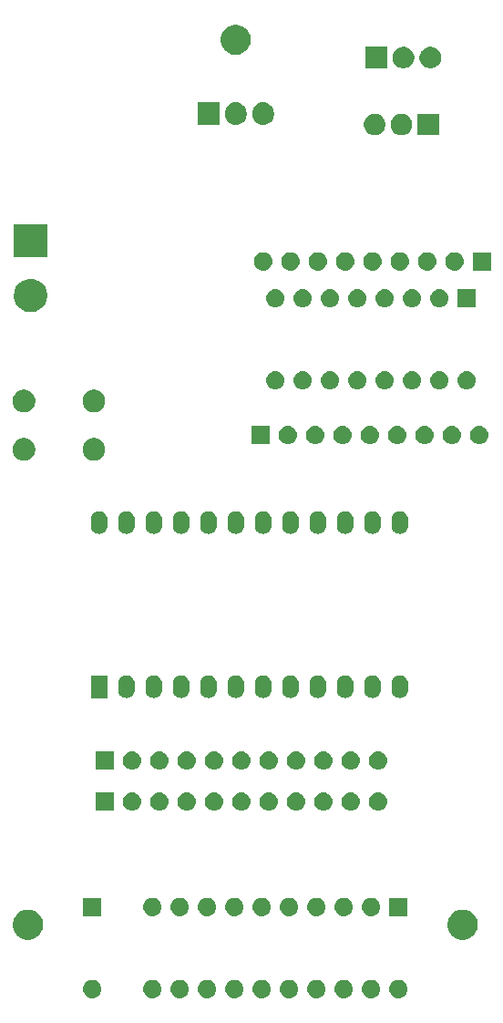
<source format=gbr>
G04 #@! TF.GenerationSoftware,KiCad,Pcbnew,(5.1.2)-2*
G04 #@! TF.CreationDate,2019-09-11T05:33:40-05:00*
G04 #@! TF.ProjectId,eeprom_manual,65657072-6f6d-45f6-9d61-6e75616c2e6b,rev?*
G04 #@! TF.SameCoordinates,Original*
G04 #@! TF.FileFunction,Soldermask,Bot*
G04 #@! TF.FilePolarity,Negative*
%FSLAX46Y46*%
G04 Gerber Fmt 4.6, Leading zero omitted, Abs format (unit mm)*
G04 Created by KiCad (PCBNEW (5.1.2)-2) date 2019-09-11 05:33:40*
%MOMM*%
%LPD*%
G04 APERTURE LIST*
%ADD10C,0.100000*%
G04 APERTURE END LIST*
D10*
G36*
X66333787Y-110794510D02*
G01*
X66494162Y-110843160D01*
X66641965Y-110922162D01*
X66771517Y-111028483D01*
X66877838Y-111158035D01*
X66956840Y-111305838D01*
X67005490Y-111466213D01*
X67021916Y-111633000D01*
X67005490Y-111799787D01*
X66956840Y-111960162D01*
X66877838Y-112107965D01*
X66771517Y-112237517D01*
X66641965Y-112343838D01*
X66494162Y-112422840D01*
X66333787Y-112471490D01*
X66208794Y-112483800D01*
X66125206Y-112483800D01*
X66000213Y-112471490D01*
X65839838Y-112422840D01*
X65692035Y-112343838D01*
X65562483Y-112237517D01*
X65456162Y-112107965D01*
X65377160Y-111960162D01*
X65328510Y-111799787D01*
X65312084Y-111633000D01*
X65328510Y-111466213D01*
X65377160Y-111305838D01*
X65456162Y-111158035D01*
X65562483Y-111028483D01*
X65692035Y-110922162D01*
X65839838Y-110843160D01*
X66000213Y-110794510D01*
X66125206Y-110782200D01*
X66208794Y-110782200D01*
X66333787Y-110794510D01*
X66333787Y-110794510D01*
G37*
G36*
X37885787Y-110794510D02*
G01*
X38046162Y-110843160D01*
X38193965Y-110922162D01*
X38323517Y-111028483D01*
X38429838Y-111158035D01*
X38508840Y-111305838D01*
X38557490Y-111466213D01*
X38573916Y-111633000D01*
X38557490Y-111799787D01*
X38508840Y-111960162D01*
X38429838Y-112107965D01*
X38323517Y-112237517D01*
X38193965Y-112343838D01*
X38046162Y-112422840D01*
X37885787Y-112471490D01*
X37760794Y-112483800D01*
X37677206Y-112483800D01*
X37552213Y-112471490D01*
X37391838Y-112422840D01*
X37244035Y-112343838D01*
X37114483Y-112237517D01*
X37008162Y-112107965D01*
X36929160Y-111960162D01*
X36880510Y-111799787D01*
X36864084Y-111633000D01*
X36880510Y-111466213D01*
X36929160Y-111305838D01*
X37008162Y-111158035D01*
X37114483Y-111028483D01*
X37244035Y-110922162D01*
X37391838Y-110843160D01*
X37552213Y-110794510D01*
X37677206Y-110782200D01*
X37760794Y-110782200D01*
X37885787Y-110794510D01*
X37885787Y-110794510D01*
G37*
G36*
X63793787Y-110794510D02*
G01*
X63954162Y-110843160D01*
X64101965Y-110922162D01*
X64231517Y-111028483D01*
X64337838Y-111158035D01*
X64416840Y-111305838D01*
X64465490Y-111466213D01*
X64481916Y-111633000D01*
X64465490Y-111799787D01*
X64416840Y-111960162D01*
X64337838Y-112107965D01*
X64231517Y-112237517D01*
X64101965Y-112343838D01*
X63954162Y-112422840D01*
X63793787Y-112471490D01*
X63668794Y-112483800D01*
X63585206Y-112483800D01*
X63460213Y-112471490D01*
X63299838Y-112422840D01*
X63152035Y-112343838D01*
X63022483Y-112237517D01*
X62916162Y-112107965D01*
X62837160Y-111960162D01*
X62788510Y-111799787D01*
X62772084Y-111633000D01*
X62788510Y-111466213D01*
X62837160Y-111305838D01*
X62916162Y-111158035D01*
X63022483Y-111028483D01*
X63152035Y-110922162D01*
X63299838Y-110843160D01*
X63460213Y-110794510D01*
X63585206Y-110782200D01*
X63668794Y-110782200D01*
X63793787Y-110794510D01*
X63793787Y-110794510D01*
G37*
G36*
X61253787Y-110794510D02*
G01*
X61414162Y-110843160D01*
X61561965Y-110922162D01*
X61691517Y-111028483D01*
X61797838Y-111158035D01*
X61876840Y-111305838D01*
X61925490Y-111466213D01*
X61941916Y-111633000D01*
X61925490Y-111799787D01*
X61876840Y-111960162D01*
X61797838Y-112107965D01*
X61691517Y-112237517D01*
X61561965Y-112343838D01*
X61414162Y-112422840D01*
X61253787Y-112471490D01*
X61128794Y-112483800D01*
X61045206Y-112483800D01*
X60920213Y-112471490D01*
X60759838Y-112422840D01*
X60612035Y-112343838D01*
X60482483Y-112237517D01*
X60376162Y-112107965D01*
X60297160Y-111960162D01*
X60248510Y-111799787D01*
X60232084Y-111633000D01*
X60248510Y-111466213D01*
X60297160Y-111305838D01*
X60376162Y-111158035D01*
X60482483Y-111028483D01*
X60612035Y-110922162D01*
X60759838Y-110843160D01*
X60920213Y-110794510D01*
X61045206Y-110782200D01*
X61128794Y-110782200D01*
X61253787Y-110794510D01*
X61253787Y-110794510D01*
G37*
G36*
X58713787Y-110794510D02*
G01*
X58874162Y-110843160D01*
X59021965Y-110922162D01*
X59151517Y-111028483D01*
X59257838Y-111158035D01*
X59336840Y-111305838D01*
X59385490Y-111466213D01*
X59401916Y-111633000D01*
X59385490Y-111799787D01*
X59336840Y-111960162D01*
X59257838Y-112107965D01*
X59151517Y-112237517D01*
X59021965Y-112343838D01*
X58874162Y-112422840D01*
X58713787Y-112471490D01*
X58588794Y-112483800D01*
X58505206Y-112483800D01*
X58380213Y-112471490D01*
X58219838Y-112422840D01*
X58072035Y-112343838D01*
X57942483Y-112237517D01*
X57836162Y-112107965D01*
X57757160Y-111960162D01*
X57708510Y-111799787D01*
X57692084Y-111633000D01*
X57708510Y-111466213D01*
X57757160Y-111305838D01*
X57836162Y-111158035D01*
X57942483Y-111028483D01*
X58072035Y-110922162D01*
X58219838Y-110843160D01*
X58380213Y-110794510D01*
X58505206Y-110782200D01*
X58588794Y-110782200D01*
X58713787Y-110794510D01*
X58713787Y-110794510D01*
G37*
G36*
X56173787Y-110794510D02*
G01*
X56334162Y-110843160D01*
X56481965Y-110922162D01*
X56611517Y-111028483D01*
X56717838Y-111158035D01*
X56796840Y-111305838D01*
X56845490Y-111466213D01*
X56861916Y-111633000D01*
X56845490Y-111799787D01*
X56796840Y-111960162D01*
X56717838Y-112107965D01*
X56611517Y-112237517D01*
X56481965Y-112343838D01*
X56334162Y-112422840D01*
X56173787Y-112471490D01*
X56048794Y-112483800D01*
X55965206Y-112483800D01*
X55840213Y-112471490D01*
X55679838Y-112422840D01*
X55532035Y-112343838D01*
X55402483Y-112237517D01*
X55296162Y-112107965D01*
X55217160Y-111960162D01*
X55168510Y-111799787D01*
X55152084Y-111633000D01*
X55168510Y-111466213D01*
X55217160Y-111305838D01*
X55296162Y-111158035D01*
X55402483Y-111028483D01*
X55532035Y-110922162D01*
X55679838Y-110843160D01*
X55840213Y-110794510D01*
X55965206Y-110782200D01*
X56048794Y-110782200D01*
X56173787Y-110794510D01*
X56173787Y-110794510D01*
G37*
G36*
X53633787Y-110794510D02*
G01*
X53794162Y-110843160D01*
X53941965Y-110922162D01*
X54071517Y-111028483D01*
X54177838Y-111158035D01*
X54256840Y-111305838D01*
X54305490Y-111466213D01*
X54321916Y-111633000D01*
X54305490Y-111799787D01*
X54256840Y-111960162D01*
X54177838Y-112107965D01*
X54071517Y-112237517D01*
X53941965Y-112343838D01*
X53794162Y-112422840D01*
X53633787Y-112471490D01*
X53508794Y-112483800D01*
X53425206Y-112483800D01*
X53300213Y-112471490D01*
X53139838Y-112422840D01*
X52992035Y-112343838D01*
X52862483Y-112237517D01*
X52756162Y-112107965D01*
X52677160Y-111960162D01*
X52628510Y-111799787D01*
X52612084Y-111633000D01*
X52628510Y-111466213D01*
X52677160Y-111305838D01*
X52756162Y-111158035D01*
X52862483Y-111028483D01*
X52992035Y-110922162D01*
X53139838Y-110843160D01*
X53300213Y-110794510D01*
X53425206Y-110782200D01*
X53508794Y-110782200D01*
X53633787Y-110794510D01*
X53633787Y-110794510D01*
G37*
G36*
X51093787Y-110794510D02*
G01*
X51254162Y-110843160D01*
X51401965Y-110922162D01*
X51531517Y-111028483D01*
X51637838Y-111158035D01*
X51716840Y-111305838D01*
X51765490Y-111466213D01*
X51781916Y-111633000D01*
X51765490Y-111799787D01*
X51716840Y-111960162D01*
X51637838Y-112107965D01*
X51531517Y-112237517D01*
X51401965Y-112343838D01*
X51254162Y-112422840D01*
X51093787Y-112471490D01*
X50968794Y-112483800D01*
X50885206Y-112483800D01*
X50760213Y-112471490D01*
X50599838Y-112422840D01*
X50452035Y-112343838D01*
X50322483Y-112237517D01*
X50216162Y-112107965D01*
X50137160Y-111960162D01*
X50088510Y-111799787D01*
X50072084Y-111633000D01*
X50088510Y-111466213D01*
X50137160Y-111305838D01*
X50216162Y-111158035D01*
X50322483Y-111028483D01*
X50452035Y-110922162D01*
X50599838Y-110843160D01*
X50760213Y-110794510D01*
X50885206Y-110782200D01*
X50968794Y-110782200D01*
X51093787Y-110794510D01*
X51093787Y-110794510D01*
G37*
G36*
X48553787Y-110794510D02*
G01*
X48714162Y-110843160D01*
X48861965Y-110922162D01*
X48991517Y-111028483D01*
X49097838Y-111158035D01*
X49176840Y-111305838D01*
X49225490Y-111466213D01*
X49241916Y-111633000D01*
X49225490Y-111799787D01*
X49176840Y-111960162D01*
X49097838Y-112107965D01*
X48991517Y-112237517D01*
X48861965Y-112343838D01*
X48714162Y-112422840D01*
X48553787Y-112471490D01*
X48428794Y-112483800D01*
X48345206Y-112483800D01*
X48220213Y-112471490D01*
X48059838Y-112422840D01*
X47912035Y-112343838D01*
X47782483Y-112237517D01*
X47676162Y-112107965D01*
X47597160Y-111960162D01*
X47548510Y-111799787D01*
X47532084Y-111633000D01*
X47548510Y-111466213D01*
X47597160Y-111305838D01*
X47676162Y-111158035D01*
X47782483Y-111028483D01*
X47912035Y-110922162D01*
X48059838Y-110843160D01*
X48220213Y-110794510D01*
X48345206Y-110782200D01*
X48428794Y-110782200D01*
X48553787Y-110794510D01*
X48553787Y-110794510D01*
G37*
G36*
X46013787Y-110794510D02*
G01*
X46174162Y-110843160D01*
X46321965Y-110922162D01*
X46451517Y-111028483D01*
X46557838Y-111158035D01*
X46636840Y-111305838D01*
X46685490Y-111466213D01*
X46701916Y-111633000D01*
X46685490Y-111799787D01*
X46636840Y-111960162D01*
X46557838Y-112107965D01*
X46451517Y-112237517D01*
X46321965Y-112343838D01*
X46174162Y-112422840D01*
X46013787Y-112471490D01*
X45888794Y-112483800D01*
X45805206Y-112483800D01*
X45680213Y-112471490D01*
X45519838Y-112422840D01*
X45372035Y-112343838D01*
X45242483Y-112237517D01*
X45136162Y-112107965D01*
X45057160Y-111960162D01*
X45008510Y-111799787D01*
X44992084Y-111633000D01*
X45008510Y-111466213D01*
X45057160Y-111305838D01*
X45136162Y-111158035D01*
X45242483Y-111028483D01*
X45372035Y-110922162D01*
X45519838Y-110843160D01*
X45680213Y-110794510D01*
X45805206Y-110782200D01*
X45888794Y-110782200D01*
X46013787Y-110794510D01*
X46013787Y-110794510D01*
G37*
G36*
X43473787Y-110794510D02*
G01*
X43634162Y-110843160D01*
X43781965Y-110922162D01*
X43911517Y-111028483D01*
X44017838Y-111158035D01*
X44096840Y-111305838D01*
X44145490Y-111466213D01*
X44161916Y-111633000D01*
X44145490Y-111799787D01*
X44096840Y-111960162D01*
X44017838Y-112107965D01*
X43911517Y-112237517D01*
X43781965Y-112343838D01*
X43634162Y-112422840D01*
X43473787Y-112471490D01*
X43348794Y-112483800D01*
X43265206Y-112483800D01*
X43140213Y-112471490D01*
X42979838Y-112422840D01*
X42832035Y-112343838D01*
X42702483Y-112237517D01*
X42596162Y-112107965D01*
X42517160Y-111960162D01*
X42468510Y-111799787D01*
X42452084Y-111633000D01*
X42468510Y-111466213D01*
X42517160Y-111305838D01*
X42596162Y-111158035D01*
X42702483Y-111028483D01*
X42832035Y-110922162D01*
X42979838Y-110843160D01*
X43140213Y-110794510D01*
X43265206Y-110782200D01*
X43348794Y-110782200D01*
X43473787Y-110794510D01*
X43473787Y-110794510D01*
G37*
G36*
X72544597Y-104317031D02*
G01*
X72799526Y-104422626D01*
X72799528Y-104422627D01*
X73028958Y-104575927D01*
X73224073Y-104771042D01*
X73377373Y-105000472D01*
X73377374Y-105000474D01*
X73482969Y-105255403D01*
X73536800Y-105526032D01*
X73536800Y-105801968D01*
X73482969Y-106072597D01*
X73377374Y-106327526D01*
X73377373Y-106327528D01*
X73224073Y-106556958D01*
X73028958Y-106752073D01*
X72799528Y-106905373D01*
X72799527Y-106905374D01*
X72799526Y-106905374D01*
X72544597Y-107010969D01*
X72273968Y-107064800D01*
X71998032Y-107064800D01*
X71727403Y-107010969D01*
X71472474Y-106905374D01*
X71472473Y-106905374D01*
X71472472Y-106905373D01*
X71243042Y-106752073D01*
X71047927Y-106556958D01*
X70894627Y-106327528D01*
X70894626Y-106327526D01*
X70789031Y-106072597D01*
X70735200Y-105801968D01*
X70735200Y-105526032D01*
X70789031Y-105255403D01*
X70894626Y-105000474D01*
X70894627Y-105000472D01*
X71047927Y-104771042D01*
X71243042Y-104575927D01*
X71472472Y-104422627D01*
X71472474Y-104422626D01*
X71727403Y-104317031D01*
X71998032Y-104263200D01*
X72273968Y-104263200D01*
X72544597Y-104317031D01*
X72544597Y-104317031D01*
G37*
G36*
X32158597Y-104317031D02*
G01*
X32413526Y-104422626D01*
X32413528Y-104422627D01*
X32642958Y-104575927D01*
X32838073Y-104771042D01*
X32991373Y-105000472D01*
X32991374Y-105000474D01*
X33096969Y-105255403D01*
X33150800Y-105526032D01*
X33150800Y-105801968D01*
X33096969Y-106072597D01*
X32991374Y-106327526D01*
X32991373Y-106327528D01*
X32838073Y-106556958D01*
X32642958Y-106752073D01*
X32413528Y-106905373D01*
X32413527Y-106905374D01*
X32413526Y-106905374D01*
X32158597Y-107010969D01*
X31887968Y-107064800D01*
X31612032Y-107064800D01*
X31341403Y-107010969D01*
X31086474Y-106905374D01*
X31086473Y-106905374D01*
X31086472Y-106905373D01*
X30857042Y-106752073D01*
X30661927Y-106556958D01*
X30508627Y-106327528D01*
X30508626Y-106327526D01*
X30403031Y-106072597D01*
X30349200Y-105801968D01*
X30349200Y-105526032D01*
X30403031Y-105255403D01*
X30508626Y-105000474D01*
X30508627Y-105000472D01*
X30661927Y-104771042D01*
X30857042Y-104575927D01*
X31086472Y-104422627D01*
X31086474Y-104422626D01*
X31341403Y-104317031D01*
X31612032Y-104263200D01*
X31887968Y-104263200D01*
X32158597Y-104317031D01*
X32158597Y-104317031D01*
G37*
G36*
X38569800Y-104863800D02*
G01*
X36868200Y-104863800D01*
X36868200Y-103162200D01*
X38569800Y-103162200D01*
X38569800Y-104863800D01*
X38569800Y-104863800D01*
G37*
G36*
X63793787Y-103174510D02*
G01*
X63954162Y-103223160D01*
X64101965Y-103302162D01*
X64231517Y-103408483D01*
X64337838Y-103538035D01*
X64416840Y-103685838D01*
X64465490Y-103846213D01*
X64481916Y-104013000D01*
X64465490Y-104179787D01*
X64416840Y-104340162D01*
X64337838Y-104487965D01*
X64231517Y-104617517D01*
X64101965Y-104723838D01*
X63954162Y-104802840D01*
X63793787Y-104851490D01*
X63668794Y-104863800D01*
X63585206Y-104863800D01*
X63460213Y-104851490D01*
X63299838Y-104802840D01*
X63152035Y-104723838D01*
X63022483Y-104617517D01*
X62916162Y-104487965D01*
X62837160Y-104340162D01*
X62788510Y-104179787D01*
X62772084Y-104013000D01*
X62788510Y-103846213D01*
X62837160Y-103685838D01*
X62916162Y-103538035D01*
X63022483Y-103408483D01*
X63152035Y-103302162D01*
X63299838Y-103223160D01*
X63460213Y-103174510D01*
X63585206Y-103162200D01*
X63668794Y-103162200D01*
X63793787Y-103174510D01*
X63793787Y-103174510D01*
G37*
G36*
X61253787Y-103174510D02*
G01*
X61414162Y-103223160D01*
X61561965Y-103302162D01*
X61691517Y-103408483D01*
X61797838Y-103538035D01*
X61876840Y-103685838D01*
X61925490Y-103846213D01*
X61941916Y-104013000D01*
X61925490Y-104179787D01*
X61876840Y-104340162D01*
X61797838Y-104487965D01*
X61691517Y-104617517D01*
X61561965Y-104723838D01*
X61414162Y-104802840D01*
X61253787Y-104851490D01*
X61128794Y-104863800D01*
X61045206Y-104863800D01*
X60920213Y-104851490D01*
X60759838Y-104802840D01*
X60612035Y-104723838D01*
X60482483Y-104617517D01*
X60376162Y-104487965D01*
X60297160Y-104340162D01*
X60248510Y-104179787D01*
X60232084Y-104013000D01*
X60248510Y-103846213D01*
X60297160Y-103685838D01*
X60376162Y-103538035D01*
X60482483Y-103408483D01*
X60612035Y-103302162D01*
X60759838Y-103223160D01*
X60920213Y-103174510D01*
X61045206Y-103162200D01*
X61128794Y-103162200D01*
X61253787Y-103174510D01*
X61253787Y-103174510D01*
G37*
G36*
X58713787Y-103174510D02*
G01*
X58874162Y-103223160D01*
X59021965Y-103302162D01*
X59151517Y-103408483D01*
X59257838Y-103538035D01*
X59336840Y-103685838D01*
X59385490Y-103846213D01*
X59401916Y-104013000D01*
X59385490Y-104179787D01*
X59336840Y-104340162D01*
X59257838Y-104487965D01*
X59151517Y-104617517D01*
X59021965Y-104723838D01*
X58874162Y-104802840D01*
X58713787Y-104851490D01*
X58588794Y-104863800D01*
X58505206Y-104863800D01*
X58380213Y-104851490D01*
X58219838Y-104802840D01*
X58072035Y-104723838D01*
X57942483Y-104617517D01*
X57836162Y-104487965D01*
X57757160Y-104340162D01*
X57708510Y-104179787D01*
X57692084Y-104013000D01*
X57708510Y-103846213D01*
X57757160Y-103685838D01*
X57836162Y-103538035D01*
X57942483Y-103408483D01*
X58072035Y-103302162D01*
X58219838Y-103223160D01*
X58380213Y-103174510D01*
X58505206Y-103162200D01*
X58588794Y-103162200D01*
X58713787Y-103174510D01*
X58713787Y-103174510D01*
G37*
G36*
X56173787Y-103174510D02*
G01*
X56334162Y-103223160D01*
X56481965Y-103302162D01*
X56611517Y-103408483D01*
X56717838Y-103538035D01*
X56796840Y-103685838D01*
X56845490Y-103846213D01*
X56861916Y-104013000D01*
X56845490Y-104179787D01*
X56796840Y-104340162D01*
X56717838Y-104487965D01*
X56611517Y-104617517D01*
X56481965Y-104723838D01*
X56334162Y-104802840D01*
X56173787Y-104851490D01*
X56048794Y-104863800D01*
X55965206Y-104863800D01*
X55840213Y-104851490D01*
X55679838Y-104802840D01*
X55532035Y-104723838D01*
X55402483Y-104617517D01*
X55296162Y-104487965D01*
X55217160Y-104340162D01*
X55168510Y-104179787D01*
X55152084Y-104013000D01*
X55168510Y-103846213D01*
X55217160Y-103685838D01*
X55296162Y-103538035D01*
X55402483Y-103408483D01*
X55532035Y-103302162D01*
X55679838Y-103223160D01*
X55840213Y-103174510D01*
X55965206Y-103162200D01*
X56048794Y-103162200D01*
X56173787Y-103174510D01*
X56173787Y-103174510D01*
G37*
G36*
X53633787Y-103174510D02*
G01*
X53794162Y-103223160D01*
X53941965Y-103302162D01*
X54071517Y-103408483D01*
X54177838Y-103538035D01*
X54256840Y-103685838D01*
X54305490Y-103846213D01*
X54321916Y-104013000D01*
X54305490Y-104179787D01*
X54256840Y-104340162D01*
X54177838Y-104487965D01*
X54071517Y-104617517D01*
X53941965Y-104723838D01*
X53794162Y-104802840D01*
X53633787Y-104851490D01*
X53508794Y-104863800D01*
X53425206Y-104863800D01*
X53300213Y-104851490D01*
X53139838Y-104802840D01*
X52992035Y-104723838D01*
X52862483Y-104617517D01*
X52756162Y-104487965D01*
X52677160Y-104340162D01*
X52628510Y-104179787D01*
X52612084Y-104013000D01*
X52628510Y-103846213D01*
X52677160Y-103685838D01*
X52756162Y-103538035D01*
X52862483Y-103408483D01*
X52992035Y-103302162D01*
X53139838Y-103223160D01*
X53300213Y-103174510D01*
X53425206Y-103162200D01*
X53508794Y-103162200D01*
X53633787Y-103174510D01*
X53633787Y-103174510D01*
G37*
G36*
X51093787Y-103174510D02*
G01*
X51254162Y-103223160D01*
X51401965Y-103302162D01*
X51531517Y-103408483D01*
X51637838Y-103538035D01*
X51716840Y-103685838D01*
X51765490Y-103846213D01*
X51781916Y-104013000D01*
X51765490Y-104179787D01*
X51716840Y-104340162D01*
X51637838Y-104487965D01*
X51531517Y-104617517D01*
X51401965Y-104723838D01*
X51254162Y-104802840D01*
X51093787Y-104851490D01*
X50968794Y-104863800D01*
X50885206Y-104863800D01*
X50760213Y-104851490D01*
X50599838Y-104802840D01*
X50452035Y-104723838D01*
X50322483Y-104617517D01*
X50216162Y-104487965D01*
X50137160Y-104340162D01*
X50088510Y-104179787D01*
X50072084Y-104013000D01*
X50088510Y-103846213D01*
X50137160Y-103685838D01*
X50216162Y-103538035D01*
X50322483Y-103408483D01*
X50452035Y-103302162D01*
X50599838Y-103223160D01*
X50760213Y-103174510D01*
X50885206Y-103162200D01*
X50968794Y-103162200D01*
X51093787Y-103174510D01*
X51093787Y-103174510D01*
G37*
G36*
X48553787Y-103174510D02*
G01*
X48714162Y-103223160D01*
X48861965Y-103302162D01*
X48991517Y-103408483D01*
X49097838Y-103538035D01*
X49176840Y-103685838D01*
X49225490Y-103846213D01*
X49241916Y-104013000D01*
X49225490Y-104179787D01*
X49176840Y-104340162D01*
X49097838Y-104487965D01*
X48991517Y-104617517D01*
X48861965Y-104723838D01*
X48714162Y-104802840D01*
X48553787Y-104851490D01*
X48428794Y-104863800D01*
X48345206Y-104863800D01*
X48220213Y-104851490D01*
X48059838Y-104802840D01*
X47912035Y-104723838D01*
X47782483Y-104617517D01*
X47676162Y-104487965D01*
X47597160Y-104340162D01*
X47548510Y-104179787D01*
X47532084Y-104013000D01*
X47548510Y-103846213D01*
X47597160Y-103685838D01*
X47676162Y-103538035D01*
X47782483Y-103408483D01*
X47912035Y-103302162D01*
X48059838Y-103223160D01*
X48220213Y-103174510D01*
X48345206Y-103162200D01*
X48428794Y-103162200D01*
X48553787Y-103174510D01*
X48553787Y-103174510D01*
G37*
G36*
X67017800Y-104863800D02*
G01*
X65316200Y-104863800D01*
X65316200Y-103162200D01*
X67017800Y-103162200D01*
X67017800Y-104863800D01*
X67017800Y-104863800D01*
G37*
G36*
X46013787Y-103174510D02*
G01*
X46174162Y-103223160D01*
X46321965Y-103302162D01*
X46451517Y-103408483D01*
X46557838Y-103538035D01*
X46636840Y-103685838D01*
X46685490Y-103846213D01*
X46701916Y-104013000D01*
X46685490Y-104179787D01*
X46636840Y-104340162D01*
X46557838Y-104487965D01*
X46451517Y-104617517D01*
X46321965Y-104723838D01*
X46174162Y-104802840D01*
X46013787Y-104851490D01*
X45888794Y-104863800D01*
X45805206Y-104863800D01*
X45680213Y-104851490D01*
X45519838Y-104802840D01*
X45372035Y-104723838D01*
X45242483Y-104617517D01*
X45136162Y-104487965D01*
X45057160Y-104340162D01*
X45008510Y-104179787D01*
X44992084Y-104013000D01*
X45008510Y-103846213D01*
X45057160Y-103685838D01*
X45136162Y-103538035D01*
X45242483Y-103408483D01*
X45372035Y-103302162D01*
X45519838Y-103223160D01*
X45680213Y-103174510D01*
X45805206Y-103162200D01*
X45888794Y-103162200D01*
X46013787Y-103174510D01*
X46013787Y-103174510D01*
G37*
G36*
X43473787Y-103174510D02*
G01*
X43634162Y-103223160D01*
X43781965Y-103302162D01*
X43911517Y-103408483D01*
X44017838Y-103538035D01*
X44096840Y-103685838D01*
X44145490Y-103846213D01*
X44161916Y-104013000D01*
X44145490Y-104179787D01*
X44096840Y-104340162D01*
X44017838Y-104487965D01*
X43911517Y-104617517D01*
X43781965Y-104723838D01*
X43634162Y-104802840D01*
X43473787Y-104851490D01*
X43348794Y-104863800D01*
X43265206Y-104863800D01*
X43140213Y-104851490D01*
X42979838Y-104802840D01*
X42832035Y-104723838D01*
X42702483Y-104617517D01*
X42596162Y-104487965D01*
X42517160Y-104340162D01*
X42468510Y-104179787D01*
X42452084Y-104013000D01*
X42468510Y-103846213D01*
X42517160Y-103685838D01*
X42596162Y-103538035D01*
X42702483Y-103408483D01*
X42832035Y-103302162D01*
X42979838Y-103223160D01*
X43140213Y-103174510D01*
X43265206Y-103162200D01*
X43348794Y-103162200D01*
X43473787Y-103174510D01*
X43473787Y-103174510D01*
G37*
G36*
X59348787Y-93395510D02*
G01*
X59509162Y-93444160D01*
X59656965Y-93523162D01*
X59786517Y-93629483D01*
X59892838Y-93759035D01*
X59971840Y-93906838D01*
X60020490Y-94067213D01*
X60036916Y-94234000D01*
X60020490Y-94400787D01*
X59971840Y-94561162D01*
X59892838Y-94708965D01*
X59786517Y-94838517D01*
X59656965Y-94944838D01*
X59509162Y-95023840D01*
X59348787Y-95072490D01*
X59223794Y-95084800D01*
X59140206Y-95084800D01*
X59015213Y-95072490D01*
X58854838Y-95023840D01*
X58707035Y-94944838D01*
X58577483Y-94838517D01*
X58471162Y-94708965D01*
X58392160Y-94561162D01*
X58343510Y-94400787D01*
X58327084Y-94234000D01*
X58343510Y-94067213D01*
X58392160Y-93906838D01*
X58471162Y-93759035D01*
X58577483Y-93629483D01*
X58707035Y-93523162D01*
X58854838Y-93444160D01*
X59015213Y-93395510D01*
X59140206Y-93383200D01*
X59223794Y-93383200D01*
X59348787Y-93395510D01*
X59348787Y-93395510D01*
G37*
G36*
X64428787Y-93395510D02*
G01*
X64589162Y-93444160D01*
X64736965Y-93523162D01*
X64866517Y-93629483D01*
X64972838Y-93759035D01*
X65051840Y-93906838D01*
X65100490Y-94067213D01*
X65116916Y-94234000D01*
X65100490Y-94400787D01*
X65051840Y-94561162D01*
X64972838Y-94708965D01*
X64866517Y-94838517D01*
X64736965Y-94944838D01*
X64589162Y-95023840D01*
X64428787Y-95072490D01*
X64303794Y-95084800D01*
X64220206Y-95084800D01*
X64095213Y-95072490D01*
X63934838Y-95023840D01*
X63787035Y-94944838D01*
X63657483Y-94838517D01*
X63551162Y-94708965D01*
X63472160Y-94561162D01*
X63423510Y-94400787D01*
X63407084Y-94234000D01*
X63423510Y-94067213D01*
X63472160Y-93906838D01*
X63551162Y-93759035D01*
X63657483Y-93629483D01*
X63787035Y-93523162D01*
X63934838Y-93444160D01*
X64095213Y-93395510D01*
X64220206Y-93383200D01*
X64303794Y-93383200D01*
X64428787Y-93395510D01*
X64428787Y-93395510D01*
G37*
G36*
X61888787Y-93395510D02*
G01*
X62049162Y-93444160D01*
X62196965Y-93523162D01*
X62326517Y-93629483D01*
X62432838Y-93759035D01*
X62511840Y-93906838D01*
X62560490Y-94067213D01*
X62576916Y-94234000D01*
X62560490Y-94400787D01*
X62511840Y-94561162D01*
X62432838Y-94708965D01*
X62326517Y-94838517D01*
X62196965Y-94944838D01*
X62049162Y-95023840D01*
X61888787Y-95072490D01*
X61763794Y-95084800D01*
X61680206Y-95084800D01*
X61555213Y-95072490D01*
X61394838Y-95023840D01*
X61247035Y-94944838D01*
X61117483Y-94838517D01*
X61011162Y-94708965D01*
X60932160Y-94561162D01*
X60883510Y-94400787D01*
X60867084Y-94234000D01*
X60883510Y-94067213D01*
X60932160Y-93906838D01*
X61011162Y-93759035D01*
X61117483Y-93629483D01*
X61247035Y-93523162D01*
X61394838Y-93444160D01*
X61555213Y-93395510D01*
X61680206Y-93383200D01*
X61763794Y-93383200D01*
X61888787Y-93395510D01*
X61888787Y-93395510D01*
G37*
G36*
X56808787Y-93395510D02*
G01*
X56969162Y-93444160D01*
X57116965Y-93523162D01*
X57246517Y-93629483D01*
X57352838Y-93759035D01*
X57431840Y-93906838D01*
X57480490Y-94067213D01*
X57496916Y-94234000D01*
X57480490Y-94400787D01*
X57431840Y-94561162D01*
X57352838Y-94708965D01*
X57246517Y-94838517D01*
X57116965Y-94944838D01*
X56969162Y-95023840D01*
X56808787Y-95072490D01*
X56683794Y-95084800D01*
X56600206Y-95084800D01*
X56475213Y-95072490D01*
X56314838Y-95023840D01*
X56167035Y-94944838D01*
X56037483Y-94838517D01*
X55931162Y-94708965D01*
X55852160Y-94561162D01*
X55803510Y-94400787D01*
X55787084Y-94234000D01*
X55803510Y-94067213D01*
X55852160Y-93906838D01*
X55931162Y-93759035D01*
X56037483Y-93629483D01*
X56167035Y-93523162D01*
X56314838Y-93444160D01*
X56475213Y-93395510D01*
X56600206Y-93383200D01*
X56683794Y-93383200D01*
X56808787Y-93395510D01*
X56808787Y-93395510D01*
G37*
G36*
X54268787Y-93395510D02*
G01*
X54429162Y-93444160D01*
X54576965Y-93523162D01*
X54706517Y-93629483D01*
X54812838Y-93759035D01*
X54891840Y-93906838D01*
X54940490Y-94067213D01*
X54956916Y-94234000D01*
X54940490Y-94400787D01*
X54891840Y-94561162D01*
X54812838Y-94708965D01*
X54706517Y-94838517D01*
X54576965Y-94944838D01*
X54429162Y-95023840D01*
X54268787Y-95072490D01*
X54143794Y-95084800D01*
X54060206Y-95084800D01*
X53935213Y-95072490D01*
X53774838Y-95023840D01*
X53627035Y-94944838D01*
X53497483Y-94838517D01*
X53391162Y-94708965D01*
X53312160Y-94561162D01*
X53263510Y-94400787D01*
X53247084Y-94234000D01*
X53263510Y-94067213D01*
X53312160Y-93906838D01*
X53391162Y-93759035D01*
X53497483Y-93629483D01*
X53627035Y-93523162D01*
X53774838Y-93444160D01*
X53935213Y-93395510D01*
X54060206Y-93383200D01*
X54143794Y-93383200D01*
X54268787Y-93395510D01*
X54268787Y-93395510D01*
G37*
G36*
X46648787Y-93395510D02*
G01*
X46809162Y-93444160D01*
X46956965Y-93523162D01*
X47086517Y-93629483D01*
X47192838Y-93759035D01*
X47271840Y-93906838D01*
X47320490Y-94067213D01*
X47336916Y-94234000D01*
X47320490Y-94400787D01*
X47271840Y-94561162D01*
X47192838Y-94708965D01*
X47086517Y-94838517D01*
X46956965Y-94944838D01*
X46809162Y-95023840D01*
X46648787Y-95072490D01*
X46523794Y-95084800D01*
X46440206Y-95084800D01*
X46315213Y-95072490D01*
X46154838Y-95023840D01*
X46007035Y-94944838D01*
X45877483Y-94838517D01*
X45771162Y-94708965D01*
X45692160Y-94561162D01*
X45643510Y-94400787D01*
X45627084Y-94234000D01*
X45643510Y-94067213D01*
X45692160Y-93906838D01*
X45771162Y-93759035D01*
X45877483Y-93629483D01*
X46007035Y-93523162D01*
X46154838Y-93444160D01*
X46315213Y-93395510D01*
X46440206Y-93383200D01*
X46523794Y-93383200D01*
X46648787Y-93395510D01*
X46648787Y-93395510D01*
G37*
G36*
X44108787Y-93395510D02*
G01*
X44269162Y-93444160D01*
X44416965Y-93523162D01*
X44546517Y-93629483D01*
X44652838Y-93759035D01*
X44731840Y-93906838D01*
X44780490Y-94067213D01*
X44796916Y-94234000D01*
X44780490Y-94400787D01*
X44731840Y-94561162D01*
X44652838Y-94708965D01*
X44546517Y-94838517D01*
X44416965Y-94944838D01*
X44269162Y-95023840D01*
X44108787Y-95072490D01*
X43983794Y-95084800D01*
X43900206Y-95084800D01*
X43775213Y-95072490D01*
X43614838Y-95023840D01*
X43467035Y-94944838D01*
X43337483Y-94838517D01*
X43231162Y-94708965D01*
X43152160Y-94561162D01*
X43103510Y-94400787D01*
X43087084Y-94234000D01*
X43103510Y-94067213D01*
X43152160Y-93906838D01*
X43231162Y-93759035D01*
X43337483Y-93629483D01*
X43467035Y-93523162D01*
X43614838Y-93444160D01*
X43775213Y-93395510D01*
X43900206Y-93383200D01*
X43983794Y-93383200D01*
X44108787Y-93395510D01*
X44108787Y-93395510D01*
G37*
G36*
X49188787Y-93395510D02*
G01*
X49349162Y-93444160D01*
X49496965Y-93523162D01*
X49626517Y-93629483D01*
X49732838Y-93759035D01*
X49811840Y-93906838D01*
X49860490Y-94067213D01*
X49876916Y-94234000D01*
X49860490Y-94400787D01*
X49811840Y-94561162D01*
X49732838Y-94708965D01*
X49626517Y-94838517D01*
X49496965Y-94944838D01*
X49349162Y-95023840D01*
X49188787Y-95072490D01*
X49063794Y-95084800D01*
X48980206Y-95084800D01*
X48855213Y-95072490D01*
X48694838Y-95023840D01*
X48547035Y-94944838D01*
X48417483Y-94838517D01*
X48311162Y-94708965D01*
X48232160Y-94561162D01*
X48183510Y-94400787D01*
X48167084Y-94234000D01*
X48183510Y-94067213D01*
X48232160Y-93906838D01*
X48311162Y-93759035D01*
X48417483Y-93629483D01*
X48547035Y-93523162D01*
X48694838Y-93444160D01*
X48855213Y-93395510D01*
X48980206Y-93383200D01*
X49063794Y-93383200D01*
X49188787Y-93395510D01*
X49188787Y-93395510D01*
G37*
G36*
X41568787Y-93395510D02*
G01*
X41729162Y-93444160D01*
X41876965Y-93523162D01*
X42006517Y-93629483D01*
X42112838Y-93759035D01*
X42191840Y-93906838D01*
X42240490Y-94067213D01*
X42256916Y-94234000D01*
X42240490Y-94400787D01*
X42191840Y-94561162D01*
X42112838Y-94708965D01*
X42006517Y-94838517D01*
X41876965Y-94944838D01*
X41729162Y-95023840D01*
X41568787Y-95072490D01*
X41443794Y-95084800D01*
X41360206Y-95084800D01*
X41235213Y-95072490D01*
X41074838Y-95023840D01*
X40927035Y-94944838D01*
X40797483Y-94838517D01*
X40691162Y-94708965D01*
X40612160Y-94561162D01*
X40563510Y-94400787D01*
X40547084Y-94234000D01*
X40563510Y-94067213D01*
X40612160Y-93906838D01*
X40691162Y-93759035D01*
X40797483Y-93629483D01*
X40927035Y-93523162D01*
X41074838Y-93444160D01*
X41235213Y-93395510D01*
X41360206Y-93383200D01*
X41443794Y-93383200D01*
X41568787Y-93395510D01*
X41568787Y-93395510D01*
G37*
G36*
X39712800Y-95084800D02*
G01*
X38011200Y-95084800D01*
X38011200Y-93383200D01*
X39712800Y-93383200D01*
X39712800Y-95084800D01*
X39712800Y-95084800D01*
G37*
G36*
X51728787Y-93395510D02*
G01*
X51889162Y-93444160D01*
X52036965Y-93523162D01*
X52166517Y-93629483D01*
X52272838Y-93759035D01*
X52351840Y-93906838D01*
X52400490Y-94067213D01*
X52416916Y-94234000D01*
X52400490Y-94400787D01*
X52351840Y-94561162D01*
X52272838Y-94708965D01*
X52166517Y-94838517D01*
X52036965Y-94944838D01*
X51889162Y-95023840D01*
X51728787Y-95072490D01*
X51603794Y-95084800D01*
X51520206Y-95084800D01*
X51395213Y-95072490D01*
X51234838Y-95023840D01*
X51087035Y-94944838D01*
X50957483Y-94838517D01*
X50851162Y-94708965D01*
X50772160Y-94561162D01*
X50723510Y-94400787D01*
X50707084Y-94234000D01*
X50723510Y-94067213D01*
X50772160Y-93906838D01*
X50851162Y-93759035D01*
X50957483Y-93629483D01*
X51087035Y-93523162D01*
X51234838Y-93444160D01*
X51395213Y-93395510D01*
X51520206Y-93383200D01*
X51603794Y-93383200D01*
X51728787Y-93395510D01*
X51728787Y-93395510D01*
G37*
G36*
X44108787Y-89585510D02*
G01*
X44269162Y-89634160D01*
X44416965Y-89713162D01*
X44546517Y-89819483D01*
X44652838Y-89949035D01*
X44731840Y-90096838D01*
X44780490Y-90257213D01*
X44796916Y-90424000D01*
X44780490Y-90590787D01*
X44731840Y-90751162D01*
X44652838Y-90898965D01*
X44546517Y-91028517D01*
X44416965Y-91134838D01*
X44269162Y-91213840D01*
X44108787Y-91262490D01*
X43983794Y-91274800D01*
X43900206Y-91274800D01*
X43775213Y-91262490D01*
X43614838Y-91213840D01*
X43467035Y-91134838D01*
X43337483Y-91028517D01*
X43231162Y-90898965D01*
X43152160Y-90751162D01*
X43103510Y-90590787D01*
X43087084Y-90424000D01*
X43103510Y-90257213D01*
X43152160Y-90096838D01*
X43231162Y-89949035D01*
X43337483Y-89819483D01*
X43467035Y-89713162D01*
X43614838Y-89634160D01*
X43775213Y-89585510D01*
X43900206Y-89573200D01*
X43983794Y-89573200D01*
X44108787Y-89585510D01*
X44108787Y-89585510D01*
G37*
G36*
X56808787Y-89585510D02*
G01*
X56969162Y-89634160D01*
X57116965Y-89713162D01*
X57246517Y-89819483D01*
X57352838Y-89949035D01*
X57431840Y-90096838D01*
X57480490Y-90257213D01*
X57496916Y-90424000D01*
X57480490Y-90590787D01*
X57431840Y-90751162D01*
X57352838Y-90898965D01*
X57246517Y-91028517D01*
X57116965Y-91134838D01*
X56969162Y-91213840D01*
X56808787Y-91262490D01*
X56683794Y-91274800D01*
X56600206Y-91274800D01*
X56475213Y-91262490D01*
X56314838Y-91213840D01*
X56167035Y-91134838D01*
X56037483Y-91028517D01*
X55931162Y-90898965D01*
X55852160Y-90751162D01*
X55803510Y-90590787D01*
X55787084Y-90424000D01*
X55803510Y-90257213D01*
X55852160Y-90096838D01*
X55931162Y-89949035D01*
X56037483Y-89819483D01*
X56167035Y-89713162D01*
X56314838Y-89634160D01*
X56475213Y-89585510D01*
X56600206Y-89573200D01*
X56683794Y-89573200D01*
X56808787Y-89585510D01*
X56808787Y-89585510D01*
G37*
G36*
X61888787Y-89585510D02*
G01*
X62049162Y-89634160D01*
X62196965Y-89713162D01*
X62326517Y-89819483D01*
X62432838Y-89949035D01*
X62511840Y-90096838D01*
X62560490Y-90257213D01*
X62576916Y-90424000D01*
X62560490Y-90590787D01*
X62511840Y-90751162D01*
X62432838Y-90898965D01*
X62326517Y-91028517D01*
X62196965Y-91134838D01*
X62049162Y-91213840D01*
X61888787Y-91262490D01*
X61763794Y-91274800D01*
X61680206Y-91274800D01*
X61555213Y-91262490D01*
X61394838Y-91213840D01*
X61247035Y-91134838D01*
X61117483Y-91028517D01*
X61011162Y-90898965D01*
X60932160Y-90751162D01*
X60883510Y-90590787D01*
X60867084Y-90424000D01*
X60883510Y-90257213D01*
X60932160Y-90096838D01*
X61011162Y-89949035D01*
X61117483Y-89819483D01*
X61247035Y-89713162D01*
X61394838Y-89634160D01*
X61555213Y-89585510D01*
X61680206Y-89573200D01*
X61763794Y-89573200D01*
X61888787Y-89585510D01*
X61888787Y-89585510D01*
G37*
G36*
X59348787Y-89585510D02*
G01*
X59509162Y-89634160D01*
X59656965Y-89713162D01*
X59786517Y-89819483D01*
X59892838Y-89949035D01*
X59971840Y-90096838D01*
X60020490Y-90257213D01*
X60036916Y-90424000D01*
X60020490Y-90590787D01*
X59971840Y-90751162D01*
X59892838Y-90898965D01*
X59786517Y-91028517D01*
X59656965Y-91134838D01*
X59509162Y-91213840D01*
X59348787Y-91262490D01*
X59223794Y-91274800D01*
X59140206Y-91274800D01*
X59015213Y-91262490D01*
X58854838Y-91213840D01*
X58707035Y-91134838D01*
X58577483Y-91028517D01*
X58471162Y-90898965D01*
X58392160Y-90751162D01*
X58343510Y-90590787D01*
X58327084Y-90424000D01*
X58343510Y-90257213D01*
X58392160Y-90096838D01*
X58471162Y-89949035D01*
X58577483Y-89819483D01*
X58707035Y-89713162D01*
X58854838Y-89634160D01*
X59015213Y-89585510D01*
X59140206Y-89573200D01*
X59223794Y-89573200D01*
X59348787Y-89585510D01*
X59348787Y-89585510D01*
G37*
G36*
X39712800Y-91274800D02*
G01*
X38011200Y-91274800D01*
X38011200Y-89573200D01*
X39712800Y-89573200D01*
X39712800Y-91274800D01*
X39712800Y-91274800D01*
G37*
G36*
X41568787Y-89585510D02*
G01*
X41729162Y-89634160D01*
X41876965Y-89713162D01*
X42006517Y-89819483D01*
X42112838Y-89949035D01*
X42191840Y-90096838D01*
X42240490Y-90257213D01*
X42256916Y-90424000D01*
X42240490Y-90590787D01*
X42191840Y-90751162D01*
X42112838Y-90898965D01*
X42006517Y-91028517D01*
X41876965Y-91134838D01*
X41729162Y-91213840D01*
X41568787Y-91262490D01*
X41443794Y-91274800D01*
X41360206Y-91274800D01*
X41235213Y-91262490D01*
X41074838Y-91213840D01*
X40927035Y-91134838D01*
X40797483Y-91028517D01*
X40691162Y-90898965D01*
X40612160Y-90751162D01*
X40563510Y-90590787D01*
X40547084Y-90424000D01*
X40563510Y-90257213D01*
X40612160Y-90096838D01*
X40691162Y-89949035D01*
X40797483Y-89819483D01*
X40927035Y-89713162D01*
X41074838Y-89634160D01*
X41235213Y-89585510D01*
X41360206Y-89573200D01*
X41443794Y-89573200D01*
X41568787Y-89585510D01*
X41568787Y-89585510D01*
G37*
G36*
X46648787Y-89585510D02*
G01*
X46809162Y-89634160D01*
X46956965Y-89713162D01*
X47086517Y-89819483D01*
X47192838Y-89949035D01*
X47271840Y-90096838D01*
X47320490Y-90257213D01*
X47336916Y-90424000D01*
X47320490Y-90590787D01*
X47271840Y-90751162D01*
X47192838Y-90898965D01*
X47086517Y-91028517D01*
X46956965Y-91134838D01*
X46809162Y-91213840D01*
X46648787Y-91262490D01*
X46523794Y-91274800D01*
X46440206Y-91274800D01*
X46315213Y-91262490D01*
X46154838Y-91213840D01*
X46007035Y-91134838D01*
X45877483Y-91028517D01*
X45771162Y-90898965D01*
X45692160Y-90751162D01*
X45643510Y-90590787D01*
X45627084Y-90424000D01*
X45643510Y-90257213D01*
X45692160Y-90096838D01*
X45771162Y-89949035D01*
X45877483Y-89819483D01*
X46007035Y-89713162D01*
X46154838Y-89634160D01*
X46315213Y-89585510D01*
X46440206Y-89573200D01*
X46523794Y-89573200D01*
X46648787Y-89585510D01*
X46648787Y-89585510D01*
G37*
G36*
X49188787Y-89585510D02*
G01*
X49349162Y-89634160D01*
X49496965Y-89713162D01*
X49626517Y-89819483D01*
X49732838Y-89949035D01*
X49811840Y-90096838D01*
X49860490Y-90257213D01*
X49876916Y-90424000D01*
X49860490Y-90590787D01*
X49811840Y-90751162D01*
X49732838Y-90898965D01*
X49626517Y-91028517D01*
X49496965Y-91134838D01*
X49349162Y-91213840D01*
X49188787Y-91262490D01*
X49063794Y-91274800D01*
X48980206Y-91274800D01*
X48855213Y-91262490D01*
X48694838Y-91213840D01*
X48547035Y-91134838D01*
X48417483Y-91028517D01*
X48311162Y-90898965D01*
X48232160Y-90751162D01*
X48183510Y-90590787D01*
X48167084Y-90424000D01*
X48183510Y-90257213D01*
X48232160Y-90096838D01*
X48311162Y-89949035D01*
X48417483Y-89819483D01*
X48547035Y-89713162D01*
X48694838Y-89634160D01*
X48855213Y-89585510D01*
X48980206Y-89573200D01*
X49063794Y-89573200D01*
X49188787Y-89585510D01*
X49188787Y-89585510D01*
G37*
G36*
X51728787Y-89585510D02*
G01*
X51889162Y-89634160D01*
X52036965Y-89713162D01*
X52166517Y-89819483D01*
X52272838Y-89949035D01*
X52351840Y-90096838D01*
X52400490Y-90257213D01*
X52416916Y-90424000D01*
X52400490Y-90590787D01*
X52351840Y-90751162D01*
X52272838Y-90898965D01*
X52166517Y-91028517D01*
X52036965Y-91134838D01*
X51889162Y-91213840D01*
X51728787Y-91262490D01*
X51603794Y-91274800D01*
X51520206Y-91274800D01*
X51395213Y-91262490D01*
X51234838Y-91213840D01*
X51087035Y-91134838D01*
X50957483Y-91028517D01*
X50851162Y-90898965D01*
X50772160Y-90751162D01*
X50723510Y-90590787D01*
X50707084Y-90424000D01*
X50723510Y-90257213D01*
X50772160Y-90096838D01*
X50851162Y-89949035D01*
X50957483Y-89819483D01*
X51087035Y-89713162D01*
X51234838Y-89634160D01*
X51395213Y-89585510D01*
X51520206Y-89573200D01*
X51603794Y-89573200D01*
X51728787Y-89585510D01*
X51728787Y-89585510D01*
G37*
G36*
X54268787Y-89585510D02*
G01*
X54429162Y-89634160D01*
X54576965Y-89713162D01*
X54706517Y-89819483D01*
X54812838Y-89949035D01*
X54891840Y-90096838D01*
X54940490Y-90257213D01*
X54956916Y-90424000D01*
X54940490Y-90590787D01*
X54891840Y-90751162D01*
X54812838Y-90898965D01*
X54706517Y-91028517D01*
X54576965Y-91134838D01*
X54429162Y-91213840D01*
X54268787Y-91262490D01*
X54143794Y-91274800D01*
X54060206Y-91274800D01*
X53935213Y-91262490D01*
X53774838Y-91213840D01*
X53627035Y-91134838D01*
X53497483Y-91028517D01*
X53391162Y-90898965D01*
X53312160Y-90751162D01*
X53263510Y-90590787D01*
X53247084Y-90424000D01*
X53263510Y-90257213D01*
X53312160Y-90096838D01*
X53391162Y-89949035D01*
X53497483Y-89819483D01*
X53627035Y-89713162D01*
X53774838Y-89634160D01*
X53935213Y-89585510D01*
X54060206Y-89573200D01*
X54143794Y-89573200D01*
X54268787Y-89585510D01*
X54268787Y-89585510D01*
G37*
G36*
X64428787Y-89585510D02*
G01*
X64589162Y-89634160D01*
X64736965Y-89713162D01*
X64866517Y-89819483D01*
X64972838Y-89949035D01*
X65051840Y-90096838D01*
X65100490Y-90257213D01*
X65116916Y-90424000D01*
X65100490Y-90590787D01*
X65051840Y-90751162D01*
X64972838Y-90898965D01*
X64866517Y-91028517D01*
X64736965Y-91134838D01*
X64589162Y-91213840D01*
X64428787Y-91262490D01*
X64303794Y-91274800D01*
X64220206Y-91274800D01*
X64095213Y-91262490D01*
X63934838Y-91213840D01*
X63787035Y-91134838D01*
X63657483Y-91028517D01*
X63551162Y-90898965D01*
X63472160Y-90751162D01*
X63423510Y-90590787D01*
X63407084Y-90424000D01*
X63423510Y-90257213D01*
X63472160Y-90096838D01*
X63551162Y-89949035D01*
X63657483Y-89819483D01*
X63787035Y-89713162D01*
X63934838Y-89634160D01*
X64095213Y-89585510D01*
X64220206Y-89573200D01*
X64303794Y-89573200D01*
X64428787Y-89585510D01*
X64428787Y-89585510D01*
G37*
G36*
X66445102Y-82526353D02*
G01*
X66590398Y-82570429D01*
X66590401Y-82570430D01*
X66724303Y-82642002D01*
X66724305Y-82642003D01*
X66724304Y-82642003D01*
X66841675Y-82738325D01*
X66937997Y-82855695D01*
X66938000Y-82855699D01*
X67009570Y-82989598D01*
X67009570Y-82989599D01*
X67009571Y-82989601D01*
X67053647Y-83134897D01*
X67064800Y-83248138D01*
X67064800Y-83883862D01*
X67053647Y-83997103D01*
X67009571Y-84142399D01*
X67009570Y-84142402D01*
X66938000Y-84276301D01*
X66937998Y-84276303D01*
X66937997Y-84276305D01*
X66841675Y-84393675D01*
X66724305Y-84489997D01*
X66724301Y-84490000D01*
X66590402Y-84561570D01*
X66590399Y-84561571D01*
X66445103Y-84605647D01*
X66294000Y-84620529D01*
X66142898Y-84605647D01*
X65997602Y-84561571D01*
X65997599Y-84561570D01*
X65863700Y-84490000D01*
X65863696Y-84489997D01*
X65746326Y-84393675D01*
X65650004Y-84276305D01*
X65641816Y-84260987D01*
X65578429Y-84142400D01*
X65563737Y-84093967D01*
X65534353Y-83997103D01*
X65523200Y-83883862D01*
X65523200Y-83248139D01*
X65534353Y-83134898D01*
X65578429Y-82989602D01*
X65578430Y-82989599D01*
X65650002Y-82855697D01*
X65746323Y-82738328D01*
X65746325Y-82738325D01*
X65863695Y-82642003D01*
X65863696Y-82642002D01*
X65863699Y-82642000D01*
X65997598Y-82570430D01*
X65997601Y-82570429D01*
X66142897Y-82526353D01*
X66294000Y-82511471D01*
X66445102Y-82526353D01*
X66445102Y-82526353D01*
G37*
G36*
X63905102Y-82526353D02*
G01*
X64050398Y-82570429D01*
X64050401Y-82570430D01*
X64184303Y-82642002D01*
X64184305Y-82642003D01*
X64184304Y-82642003D01*
X64301675Y-82738325D01*
X64397997Y-82855695D01*
X64398000Y-82855699D01*
X64469570Y-82989598D01*
X64469570Y-82989599D01*
X64469571Y-82989601D01*
X64513647Y-83134897D01*
X64524800Y-83248138D01*
X64524800Y-83883862D01*
X64513647Y-83997103D01*
X64469571Y-84142399D01*
X64469570Y-84142402D01*
X64398000Y-84276301D01*
X64397998Y-84276303D01*
X64397997Y-84276305D01*
X64301675Y-84393675D01*
X64184305Y-84489997D01*
X64184301Y-84490000D01*
X64050402Y-84561570D01*
X64050399Y-84561571D01*
X63905103Y-84605647D01*
X63754000Y-84620529D01*
X63602898Y-84605647D01*
X63457602Y-84561571D01*
X63457599Y-84561570D01*
X63323700Y-84490000D01*
X63323696Y-84489997D01*
X63206326Y-84393675D01*
X63110004Y-84276305D01*
X63101816Y-84260987D01*
X63038429Y-84142400D01*
X63023737Y-84093967D01*
X62994353Y-83997103D01*
X62983200Y-83883862D01*
X62983200Y-83248139D01*
X62994353Y-83134898D01*
X63038429Y-82989602D01*
X63038430Y-82989599D01*
X63110002Y-82855697D01*
X63206323Y-82738328D01*
X63206325Y-82738325D01*
X63323695Y-82642003D01*
X63323696Y-82642002D01*
X63323699Y-82642000D01*
X63457598Y-82570430D01*
X63457601Y-82570429D01*
X63602897Y-82526353D01*
X63754000Y-82511471D01*
X63905102Y-82526353D01*
X63905102Y-82526353D01*
G37*
G36*
X61365102Y-82526353D02*
G01*
X61510398Y-82570429D01*
X61510401Y-82570430D01*
X61644303Y-82642002D01*
X61644305Y-82642003D01*
X61644304Y-82642003D01*
X61761675Y-82738325D01*
X61857997Y-82855695D01*
X61858000Y-82855699D01*
X61929570Y-82989598D01*
X61929570Y-82989599D01*
X61929571Y-82989601D01*
X61973647Y-83134897D01*
X61984800Y-83248138D01*
X61984800Y-83883862D01*
X61973647Y-83997103D01*
X61929571Y-84142399D01*
X61929570Y-84142402D01*
X61858000Y-84276301D01*
X61857998Y-84276303D01*
X61857997Y-84276305D01*
X61761675Y-84393675D01*
X61644305Y-84489997D01*
X61644301Y-84490000D01*
X61510402Y-84561570D01*
X61510399Y-84561571D01*
X61365103Y-84605647D01*
X61214000Y-84620529D01*
X61062898Y-84605647D01*
X60917602Y-84561571D01*
X60917599Y-84561570D01*
X60783700Y-84490000D01*
X60783696Y-84489997D01*
X60666326Y-84393675D01*
X60570004Y-84276305D01*
X60561816Y-84260987D01*
X60498429Y-84142400D01*
X60483737Y-84093967D01*
X60454353Y-83997103D01*
X60443200Y-83883862D01*
X60443200Y-83248139D01*
X60454353Y-83134898D01*
X60498429Y-82989602D01*
X60498430Y-82989599D01*
X60570002Y-82855697D01*
X60666323Y-82738328D01*
X60666325Y-82738325D01*
X60783695Y-82642003D01*
X60783696Y-82642002D01*
X60783699Y-82642000D01*
X60917598Y-82570430D01*
X60917601Y-82570429D01*
X61062897Y-82526353D01*
X61214000Y-82511471D01*
X61365102Y-82526353D01*
X61365102Y-82526353D01*
G37*
G36*
X58825102Y-82526353D02*
G01*
X58970398Y-82570429D01*
X58970401Y-82570430D01*
X59104303Y-82642002D01*
X59104305Y-82642003D01*
X59104304Y-82642003D01*
X59221675Y-82738325D01*
X59317997Y-82855695D01*
X59318000Y-82855699D01*
X59389570Y-82989598D01*
X59389570Y-82989599D01*
X59389571Y-82989601D01*
X59433647Y-83134897D01*
X59444800Y-83248138D01*
X59444800Y-83883862D01*
X59433647Y-83997103D01*
X59389571Y-84142399D01*
X59389570Y-84142402D01*
X59318000Y-84276301D01*
X59317998Y-84276303D01*
X59317997Y-84276305D01*
X59221675Y-84393675D01*
X59104305Y-84489997D01*
X59104301Y-84490000D01*
X58970402Y-84561570D01*
X58970399Y-84561571D01*
X58825103Y-84605647D01*
X58674000Y-84620529D01*
X58522898Y-84605647D01*
X58377602Y-84561571D01*
X58377599Y-84561570D01*
X58243700Y-84490000D01*
X58243696Y-84489997D01*
X58126326Y-84393675D01*
X58030004Y-84276305D01*
X58021816Y-84260987D01*
X57958429Y-84142400D01*
X57943737Y-84093967D01*
X57914353Y-83997103D01*
X57903200Y-83883862D01*
X57903200Y-83248139D01*
X57914353Y-83134898D01*
X57958429Y-82989602D01*
X57958430Y-82989599D01*
X58030002Y-82855697D01*
X58126323Y-82738328D01*
X58126325Y-82738325D01*
X58243695Y-82642003D01*
X58243696Y-82642002D01*
X58243699Y-82642000D01*
X58377598Y-82570430D01*
X58377601Y-82570429D01*
X58522897Y-82526353D01*
X58674000Y-82511471D01*
X58825102Y-82526353D01*
X58825102Y-82526353D01*
G37*
G36*
X53745102Y-82526353D02*
G01*
X53890398Y-82570429D01*
X53890401Y-82570430D01*
X54024303Y-82642002D01*
X54024305Y-82642003D01*
X54024304Y-82642003D01*
X54141675Y-82738325D01*
X54237997Y-82855695D01*
X54238000Y-82855699D01*
X54309570Y-82989598D01*
X54309570Y-82989599D01*
X54309571Y-82989601D01*
X54353647Y-83134897D01*
X54364800Y-83248138D01*
X54364800Y-83883862D01*
X54353647Y-83997103D01*
X54309571Y-84142399D01*
X54309570Y-84142402D01*
X54238000Y-84276301D01*
X54237998Y-84276303D01*
X54237997Y-84276305D01*
X54141675Y-84393675D01*
X54024305Y-84489997D01*
X54024301Y-84490000D01*
X53890402Y-84561570D01*
X53890399Y-84561571D01*
X53745103Y-84605647D01*
X53594000Y-84620529D01*
X53442898Y-84605647D01*
X53297602Y-84561571D01*
X53297599Y-84561570D01*
X53163700Y-84490000D01*
X53163696Y-84489997D01*
X53046326Y-84393675D01*
X52950004Y-84276305D01*
X52941816Y-84260987D01*
X52878429Y-84142400D01*
X52863737Y-84093967D01*
X52834353Y-83997103D01*
X52823200Y-83883862D01*
X52823200Y-83248139D01*
X52834353Y-83134898D01*
X52878429Y-82989602D01*
X52878430Y-82989599D01*
X52950002Y-82855697D01*
X53046323Y-82738328D01*
X53046325Y-82738325D01*
X53163695Y-82642003D01*
X53163696Y-82642002D01*
X53163699Y-82642000D01*
X53297598Y-82570430D01*
X53297601Y-82570429D01*
X53442897Y-82526353D01*
X53594000Y-82511471D01*
X53745102Y-82526353D01*
X53745102Y-82526353D01*
G37*
G36*
X51205102Y-82526353D02*
G01*
X51350398Y-82570429D01*
X51350401Y-82570430D01*
X51484303Y-82642002D01*
X51484305Y-82642003D01*
X51484304Y-82642003D01*
X51601675Y-82738325D01*
X51697997Y-82855695D01*
X51698000Y-82855699D01*
X51769570Y-82989598D01*
X51769570Y-82989599D01*
X51769571Y-82989601D01*
X51813647Y-83134897D01*
X51824800Y-83248138D01*
X51824800Y-83883862D01*
X51813647Y-83997103D01*
X51769571Y-84142399D01*
X51769570Y-84142402D01*
X51698000Y-84276301D01*
X51697998Y-84276303D01*
X51697997Y-84276305D01*
X51601675Y-84393675D01*
X51484305Y-84489997D01*
X51484301Y-84490000D01*
X51350402Y-84561570D01*
X51350399Y-84561571D01*
X51205103Y-84605647D01*
X51054000Y-84620529D01*
X50902898Y-84605647D01*
X50757602Y-84561571D01*
X50757599Y-84561570D01*
X50623700Y-84490000D01*
X50623696Y-84489997D01*
X50506326Y-84393675D01*
X50410004Y-84276305D01*
X50401816Y-84260987D01*
X50338429Y-84142400D01*
X50323737Y-84093967D01*
X50294353Y-83997103D01*
X50283200Y-83883862D01*
X50283200Y-83248139D01*
X50294353Y-83134898D01*
X50338429Y-82989602D01*
X50338430Y-82989599D01*
X50410002Y-82855697D01*
X50506323Y-82738328D01*
X50506325Y-82738325D01*
X50623695Y-82642003D01*
X50623696Y-82642002D01*
X50623699Y-82642000D01*
X50757598Y-82570430D01*
X50757601Y-82570429D01*
X50902897Y-82526353D01*
X51054000Y-82511471D01*
X51205102Y-82526353D01*
X51205102Y-82526353D01*
G37*
G36*
X48665102Y-82526353D02*
G01*
X48810398Y-82570429D01*
X48810401Y-82570430D01*
X48944303Y-82642002D01*
X48944305Y-82642003D01*
X48944304Y-82642003D01*
X49061675Y-82738325D01*
X49157997Y-82855695D01*
X49158000Y-82855699D01*
X49229570Y-82989598D01*
X49229570Y-82989599D01*
X49229571Y-82989601D01*
X49273647Y-83134897D01*
X49284800Y-83248138D01*
X49284800Y-83883862D01*
X49273647Y-83997103D01*
X49229571Y-84142399D01*
X49229570Y-84142402D01*
X49158000Y-84276301D01*
X49157998Y-84276303D01*
X49157997Y-84276305D01*
X49061675Y-84393675D01*
X48944305Y-84489997D01*
X48944301Y-84490000D01*
X48810402Y-84561570D01*
X48810399Y-84561571D01*
X48665103Y-84605647D01*
X48514000Y-84620529D01*
X48362898Y-84605647D01*
X48217602Y-84561571D01*
X48217599Y-84561570D01*
X48083700Y-84490000D01*
X48083696Y-84489997D01*
X47966326Y-84393675D01*
X47870004Y-84276305D01*
X47861816Y-84260987D01*
X47798429Y-84142400D01*
X47783737Y-84093967D01*
X47754353Y-83997103D01*
X47743200Y-83883862D01*
X47743200Y-83248139D01*
X47754353Y-83134898D01*
X47798429Y-82989602D01*
X47798430Y-82989599D01*
X47870002Y-82855697D01*
X47966323Y-82738328D01*
X47966325Y-82738325D01*
X48083695Y-82642003D01*
X48083696Y-82642002D01*
X48083699Y-82642000D01*
X48217598Y-82570430D01*
X48217601Y-82570429D01*
X48362897Y-82526353D01*
X48514000Y-82511471D01*
X48665102Y-82526353D01*
X48665102Y-82526353D01*
G37*
G36*
X46125102Y-82526353D02*
G01*
X46270398Y-82570429D01*
X46270401Y-82570430D01*
X46404303Y-82642002D01*
X46404305Y-82642003D01*
X46404304Y-82642003D01*
X46521675Y-82738325D01*
X46617997Y-82855695D01*
X46618000Y-82855699D01*
X46689570Y-82989598D01*
X46689570Y-82989599D01*
X46689571Y-82989601D01*
X46733647Y-83134897D01*
X46744800Y-83248138D01*
X46744800Y-83883862D01*
X46733647Y-83997103D01*
X46689571Y-84142399D01*
X46689570Y-84142402D01*
X46618000Y-84276301D01*
X46617998Y-84276303D01*
X46617997Y-84276305D01*
X46521675Y-84393675D01*
X46404305Y-84489997D01*
X46404301Y-84490000D01*
X46270402Y-84561570D01*
X46270399Y-84561571D01*
X46125103Y-84605647D01*
X45974000Y-84620529D01*
X45822898Y-84605647D01*
X45677602Y-84561571D01*
X45677599Y-84561570D01*
X45543700Y-84490000D01*
X45543696Y-84489997D01*
X45426326Y-84393675D01*
X45330004Y-84276305D01*
X45321816Y-84260987D01*
X45258429Y-84142400D01*
X45243737Y-84093967D01*
X45214353Y-83997103D01*
X45203200Y-83883862D01*
X45203200Y-83248139D01*
X45214353Y-83134898D01*
X45258429Y-82989602D01*
X45258430Y-82989599D01*
X45330002Y-82855697D01*
X45426323Y-82738328D01*
X45426325Y-82738325D01*
X45543695Y-82642003D01*
X45543696Y-82642002D01*
X45543699Y-82642000D01*
X45677598Y-82570430D01*
X45677601Y-82570429D01*
X45822897Y-82526353D01*
X45974000Y-82511471D01*
X46125102Y-82526353D01*
X46125102Y-82526353D01*
G37*
G36*
X43585102Y-82526353D02*
G01*
X43730398Y-82570429D01*
X43730401Y-82570430D01*
X43864303Y-82642002D01*
X43864305Y-82642003D01*
X43864304Y-82642003D01*
X43981675Y-82738325D01*
X44077997Y-82855695D01*
X44078000Y-82855699D01*
X44149570Y-82989598D01*
X44149570Y-82989599D01*
X44149571Y-82989601D01*
X44193647Y-83134897D01*
X44204800Y-83248138D01*
X44204800Y-83883862D01*
X44193647Y-83997103D01*
X44149571Y-84142399D01*
X44149570Y-84142402D01*
X44078000Y-84276301D01*
X44077998Y-84276303D01*
X44077997Y-84276305D01*
X43981675Y-84393675D01*
X43864305Y-84489997D01*
X43864301Y-84490000D01*
X43730402Y-84561570D01*
X43730399Y-84561571D01*
X43585103Y-84605647D01*
X43434000Y-84620529D01*
X43282898Y-84605647D01*
X43137602Y-84561571D01*
X43137599Y-84561570D01*
X43003700Y-84490000D01*
X43003696Y-84489997D01*
X42886326Y-84393675D01*
X42790004Y-84276305D01*
X42781816Y-84260987D01*
X42718429Y-84142400D01*
X42703737Y-84093967D01*
X42674353Y-83997103D01*
X42663200Y-83883862D01*
X42663200Y-83248139D01*
X42674353Y-83134898D01*
X42718429Y-82989602D01*
X42718430Y-82989599D01*
X42790002Y-82855697D01*
X42886323Y-82738328D01*
X42886325Y-82738325D01*
X43003695Y-82642003D01*
X43003696Y-82642002D01*
X43003699Y-82642000D01*
X43137598Y-82570430D01*
X43137601Y-82570429D01*
X43282897Y-82526353D01*
X43434000Y-82511471D01*
X43585102Y-82526353D01*
X43585102Y-82526353D01*
G37*
G36*
X41045102Y-82526353D02*
G01*
X41190398Y-82570429D01*
X41190401Y-82570430D01*
X41324303Y-82642002D01*
X41324305Y-82642003D01*
X41324304Y-82642003D01*
X41441675Y-82738325D01*
X41537997Y-82855695D01*
X41538000Y-82855699D01*
X41609570Y-82989598D01*
X41609570Y-82989599D01*
X41609571Y-82989601D01*
X41653647Y-83134897D01*
X41664800Y-83248138D01*
X41664800Y-83883862D01*
X41653647Y-83997103D01*
X41609571Y-84142399D01*
X41609570Y-84142402D01*
X41538000Y-84276301D01*
X41537998Y-84276303D01*
X41537997Y-84276305D01*
X41441675Y-84393675D01*
X41324305Y-84489997D01*
X41324301Y-84490000D01*
X41190402Y-84561570D01*
X41190399Y-84561571D01*
X41045103Y-84605647D01*
X40894000Y-84620529D01*
X40742898Y-84605647D01*
X40597602Y-84561571D01*
X40597599Y-84561570D01*
X40463700Y-84490000D01*
X40463696Y-84489997D01*
X40346326Y-84393675D01*
X40250004Y-84276305D01*
X40241816Y-84260987D01*
X40178429Y-84142400D01*
X40163737Y-84093967D01*
X40134353Y-83997103D01*
X40123200Y-83883862D01*
X40123200Y-83248139D01*
X40134353Y-83134898D01*
X40178429Y-82989602D01*
X40178430Y-82989599D01*
X40250002Y-82855697D01*
X40346323Y-82738328D01*
X40346325Y-82738325D01*
X40463695Y-82642003D01*
X40463696Y-82642002D01*
X40463699Y-82642000D01*
X40597598Y-82570430D01*
X40597601Y-82570429D01*
X40742897Y-82526353D01*
X40894000Y-82511471D01*
X41045102Y-82526353D01*
X41045102Y-82526353D01*
G37*
G36*
X56285102Y-82526353D02*
G01*
X56430398Y-82570429D01*
X56430401Y-82570430D01*
X56564303Y-82642002D01*
X56564305Y-82642003D01*
X56564304Y-82642003D01*
X56681675Y-82738325D01*
X56777997Y-82855695D01*
X56778000Y-82855699D01*
X56849570Y-82989598D01*
X56849570Y-82989599D01*
X56849571Y-82989601D01*
X56893647Y-83134897D01*
X56904800Y-83248138D01*
X56904800Y-83883862D01*
X56893647Y-83997103D01*
X56849571Y-84142399D01*
X56849570Y-84142402D01*
X56778000Y-84276301D01*
X56777998Y-84276303D01*
X56777997Y-84276305D01*
X56681675Y-84393675D01*
X56564305Y-84489997D01*
X56564301Y-84490000D01*
X56430402Y-84561570D01*
X56430399Y-84561571D01*
X56285103Y-84605647D01*
X56134000Y-84620529D01*
X55982898Y-84605647D01*
X55837602Y-84561571D01*
X55837599Y-84561570D01*
X55703700Y-84490000D01*
X55703696Y-84489997D01*
X55586326Y-84393675D01*
X55490004Y-84276305D01*
X55481816Y-84260987D01*
X55418429Y-84142400D01*
X55403737Y-84093967D01*
X55374353Y-83997103D01*
X55363200Y-83883862D01*
X55363200Y-83248139D01*
X55374353Y-83134898D01*
X55418429Y-82989602D01*
X55418430Y-82989599D01*
X55490002Y-82855697D01*
X55586323Y-82738328D01*
X55586325Y-82738325D01*
X55703695Y-82642003D01*
X55703696Y-82642002D01*
X55703699Y-82642000D01*
X55837598Y-82570430D01*
X55837601Y-82570429D01*
X55982897Y-82526353D01*
X56134000Y-82511471D01*
X56285102Y-82526353D01*
X56285102Y-82526353D01*
G37*
G36*
X39124800Y-84616800D02*
G01*
X37583200Y-84616800D01*
X37583200Y-82515200D01*
X39124800Y-82515200D01*
X39124800Y-84616800D01*
X39124800Y-84616800D01*
G37*
G36*
X38505102Y-67286353D02*
G01*
X38650398Y-67330429D01*
X38650401Y-67330430D01*
X38784303Y-67402002D01*
X38784305Y-67402003D01*
X38784304Y-67402003D01*
X38901675Y-67498325D01*
X38997997Y-67615695D01*
X38998000Y-67615699D01*
X39069570Y-67749598D01*
X39069570Y-67749599D01*
X39069571Y-67749601D01*
X39113647Y-67894897D01*
X39124800Y-68008138D01*
X39124800Y-68643862D01*
X39113647Y-68757103D01*
X39069571Y-68902399D01*
X39069570Y-68902402D01*
X38998000Y-69036301D01*
X38997998Y-69036303D01*
X38997997Y-69036305D01*
X38901675Y-69153675D01*
X38784305Y-69249997D01*
X38784301Y-69250000D01*
X38650402Y-69321570D01*
X38650399Y-69321571D01*
X38505103Y-69365647D01*
X38354000Y-69380529D01*
X38202898Y-69365647D01*
X38057602Y-69321571D01*
X38057599Y-69321570D01*
X37923700Y-69250000D01*
X37923696Y-69249997D01*
X37806326Y-69153675D01*
X37710004Y-69036305D01*
X37701816Y-69020987D01*
X37638429Y-68902400D01*
X37623737Y-68853967D01*
X37594353Y-68757103D01*
X37583200Y-68643862D01*
X37583200Y-68008139D01*
X37594353Y-67894898D01*
X37638429Y-67749602D01*
X37638430Y-67749599D01*
X37710002Y-67615697D01*
X37806323Y-67498328D01*
X37806325Y-67498325D01*
X37923695Y-67402003D01*
X37923696Y-67402002D01*
X37923699Y-67402000D01*
X38057598Y-67330430D01*
X38057601Y-67330429D01*
X38202897Y-67286353D01*
X38354000Y-67271471D01*
X38505102Y-67286353D01*
X38505102Y-67286353D01*
G37*
G36*
X43585102Y-67286353D02*
G01*
X43730398Y-67330429D01*
X43730401Y-67330430D01*
X43864303Y-67402002D01*
X43864305Y-67402003D01*
X43864304Y-67402003D01*
X43981675Y-67498325D01*
X44077997Y-67615695D01*
X44078000Y-67615699D01*
X44149570Y-67749598D01*
X44149570Y-67749599D01*
X44149571Y-67749601D01*
X44193647Y-67894897D01*
X44204800Y-68008138D01*
X44204800Y-68643862D01*
X44193647Y-68757103D01*
X44149571Y-68902399D01*
X44149570Y-68902402D01*
X44078000Y-69036301D01*
X44077998Y-69036303D01*
X44077997Y-69036305D01*
X43981675Y-69153675D01*
X43864305Y-69249997D01*
X43864301Y-69250000D01*
X43730402Y-69321570D01*
X43730399Y-69321571D01*
X43585103Y-69365647D01*
X43434000Y-69380529D01*
X43282898Y-69365647D01*
X43137602Y-69321571D01*
X43137599Y-69321570D01*
X43003700Y-69250000D01*
X43003696Y-69249997D01*
X42886326Y-69153675D01*
X42790004Y-69036305D01*
X42781816Y-69020987D01*
X42718429Y-68902400D01*
X42703737Y-68853967D01*
X42674353Y-68757103D01*
X42663200Y-68643862D01*
X42663200Y-68008139D01*
X42674353Y-67894898D01*
X42718429Y-67749602D01*
X42718430Y-67749599D01*
X42790002Y-67615697D01*
X42886323Y-67498328D01*
X42886325Y-67498325D01*
X43003695Y-67402003D01*
X43003696Y-67402002D01*
X43003699Y-67402000D01*
X43137598Y-67330430D01*
X43137601Y-67330429D01*
X43282897Y-67286353D01*
X43434000Y-67271471D01*
X43585102Y-67286353D01*
X43585102Y-67286353D01*
G37*
G36*
X63905102Y-67286353D02*
G01*
X64050398Y-67330429D01*
X64050401Y-67330430D01*
X64184303Y-67402002D01*
X64184305Y-67402003D01*
X64184304Y-67402003D01*
X64301675Y-67498325D01*
X64397997Y-67615695D01*
X64398000Y-67615699D01*
X64469570Y-67749598D01*
X64469570Y-67749599D01*
X64469571Y-67749601D01*
X64513647Y-67894897D01*
X64524800Y-68008138D01*
X64524800Y-68643862D01*
X64513647Y-68757103D01*
X64469571Y-68902399D01*
X64469570Y-68902402D01*
X64398000Y-69036301D01*
X64397998Y-69036303D01*
X64397997Y-69036305D01*
X64301675Y-69153675D01*
X64184305Y-69249997D01*
X64184301Y-69250000D01*
X64050402Y-69321570D01*
X64050399Y-69321571D01*
X63905103Y-69365647D01*
X63754000Y-69380529D01*
X63602898Y-69365647D01*
X63457602Y-69321571D01*
X63457599Y-69321570D01*
X63323700Y-69250000D01*
X63323696Y-69249997D01*
X63206326Y-69153675D01*
X63110004Y-69036305D01*
X63101816Y-69020987D01*
X63038429Y-68902400D01*
X63023737Y-68853967D01*
X62994353Y-68757103D01*
X62983200Y-68643862D01*
X62983200Y-68008139D01*
X62994353Y-67894898D01*
X63038429Y-67749602D01*
X63038430Y-67749599D01*
X63110002Y-67615697D01*
X63206323Y-67498328D01*
X63206325Y-67498325D01*
X63323695Y-67402003D01*
X63323696Y-67402002D01*
X63323699Y-67402000D01*
X63457598Y-67330430D01*
X63457601Y-67330429D01*
X63602897Y-67286353D01*
X63754000Y-67271471D01*
X63905102Y-67286353D01*
X63905102Y-67286353D01*
G37*
G36*
X46125102Y-67286353D02*
G01*
X46270398Y-67330429D01*
X46270401Y-67330430D01*
X46404303Y-67402002D01*
X46404305Y-67402003D01*
X46404304Y-67402003D01*
X46521675Y-67498325D01*
X46617997Y-67615695D01*
X46618000Y-67615699D01*
X46689570Y-67749598D01*
X46689570Y-67749599D01*
X46689571Y-67749601D01*
X46733647Y-67894897D01*
X46744800Y-68008138D01*
X46744800Y-68643862D01*
X46733647Y-68757103D01*
X46689571Y-68902399D01*
X46689570Y-68902402D01*
X46618000Y-69036301D01*
X46617998Y-69036303D01*
X46617997Y-69036305D01*
X46521675Y-69153675D01*
X46404305Y-69249997D01*
X46404301Y-69250000D01*
X46270402Y-69321570D01*
X46270399Y-69321571D01*
X46125103Y-69365647D01*
X45974000Y-69380529D01*
X45822898Y-69365647D01*
X45677602Y-69321571D01*
X45677599Y-69321570D01*
X45543700Y-69250000D01*
X45543696Y-69249997D01*
X45426326Y-69153675D01*
X45330004Y-69036305D01*
X45321816Y-69020987D01*
X45258429Y-68902400D01*
X45243737Y-68853967D01*
X45214353Y-68757103D01*
X45203200Y-68643862D01*
X45203200Y-68008139D01*
X45214353Y-67894898D01*
X45258429Y-67749602D01*
X45258430Y-67749599D01*
X45330002Y-67615697D01*
X45426323Y-67498328D01*
X45426325Y-67498325D01*
X45543695Y-67402003D01*
X45543696Y-67402002D01*
X45543699Y-67402000D01*
X45677598Y-67330430D01*
X45677601Y-67330429D01*
X45822897Y-67286353D01*
X45974000Y-67271471D01*
X46125102Y-67286353D01*
X46125102Y-67286353D01*
G37*
G36*
X51205102Y-67286353D02*
G01*
X51350398Y-67330429D01*
X51350401Y-67330430D01*
X51484303Y-67402002D01*
X51484305Y-67402003D01*
X51484304Y-67402003D01*
X51601675Y-67498325D01*
X51697997Y-67615695D01*
X51698000Y-67615699D01*
X51769570Y-67749598D01*
X51769570Y-67749599D01*
X51769571Y-67749601D01*
X51813647Y-67894897D01*
X51824800Y-68008138D01*
X51824800Y-68643862D01*
X51813647Y-68757103D01*
X51769571Y-68902399D01*
X51769570Y-68902402D01*
X51698000Y-69036301D01*
X51697998Y-69036303D01*
X51697997Y-69036305D01*
X51601675Y-69153675D01*
X51484305Y-69249997D01*
X51484301Y-69250000D01*
X51350402Y-69321570D01*
X51350399Y-69321571D01*
X51205103Y-69365647D01*
X51054000Y-69380529D01*
X50902898Y-69365647D01*
X50757602Y-69321571D01*
X50757599Y-69321570D01*
X50623700Y-69250000D01*
X50623696Y-69249997D01*
X50506326Y-69153675D01*
X50410004Y-69036305D01*
X50401816Y-69020987D01*
X50338429Y-68902400D01*
X50323737Y-68853967D01*
X50294353Y-68757103D01*
X50283200Y-68643862D01*
X50283200Y-68008139D01*
X50294353Y-67894898D01*
X50338429Y-67749602D01*
X50338430Y-67749599D01*
X50410002Y-67615697D01*
X50506323Y-67498328D01*
X50506325Y-67498325D01*
X50623695Y-67402003D01*
X50623696Y-67402002D01*
X50623699Y-67402000D01*
X50757598Y-67330430D01*
X50757601Y-67330429D01*
X50902897Y-67286353D01*
X51054000Y-67271471D01*
X51205102Y-67286353D01*
X51205102Y-67286353D01*
G37*
G36*
X53745102Y-67286353D02*
G01*
X53890398Y-67330429D01*
X53890401Y-67330430D01*
X54024303Y-67402002D01*
X54024305Y-67402003D01*
X54024304Y-67402003D01*
X54141675Y-67498325D01*
X54237997Y-67615695D01*
X54238000Y-67615699D01*
X54309570Y-67749598D01*
X54309570Y-67749599D01*
X54309571Y-67749601D01*
X54353647Y-67894897D01*
X54364800Y-68008138D01*
X54364800Y-68643862D01*
X54353647Y-68757103D01*
X54309571Y-68902399D01*
X54309570Y-68902402D01*
X54238000Y-69036301D01*
X54237998Y-69036303D01*
X54237997Y-69036305D01*
X54141675Y-69153675D01*
X54024305Y-69249997D01*
X54024301Y-69250000D01*
X53890402Y-69321570D01*
X53890399Y-69321571D01*
X53745103Y-69365647D01*
X53594000Y-69380529D01*
X53442898Y-69365647D01*
X53297602Y-69321571D01*
X53297599Y-69321570D01*
X53163700Y-69250000D01*
X53163696Y-69249997D01*
X53046326Y-69153675D01*
X52950004Y-69036305D01*
X52941816Y-69020987D01*
X52878429Y-68902400D01*
X52863737Y-68853967D01*
X52834353Y-68757103D01*
X52823200Y-68643862D01*
X52823200Y-68008139D01*
X52834353Y-67894898D01*
X52878429Y-67749602D01*
X52878430Y-67749599D01*
X52950002Y-67615697D01*
X53046323Y-67498328D01*
X53046325Y-67498325D01*
X53163695Y-67402003D01*
X53163696Y-67402002D01*
X53163699Y-67402000D01*
X53297598Y-67330430D01*
X53297601Y-67330429D01*
X53442897Y-67286353D01*
X53594000Y-67271471D01*
X53745102Y-67286353D01*
X53745102Y-67286353D01*
G37*
G36*
X41045102Y-67286353D02*
G01*
X41190398Y-67330429D01*
X41190401Y-67330430D01*
X41324303Y-67402002D01*
X41324305Y-67402003D01*
X41324304Y-67402003D01*
X41441675Y-67498325D01*
X41537997Y-67615695D01*
X41538000Y-67615699D01*
X41609570Y-67749598D01*
X41609570Y-67749599D01*
X41609571Y-67749601D01*
X41653647Y-67894897D01*
X41664800Y-68008138D01*
X41664800Y-68643862D01*
X41653647Y-68757103D01*
X41609571Y-68902399D01*
X41609570Y-68902402D01*
X41538000Y-69036301D01*
X41537998Y-69036303D01*
X41537997Y-69036305D01*
X41441675Y-69153675D01*
X41324305Y-69249997D01*
X41324301Y-69250000D01*
X41190402Y-69321570D01*
X41190399Y-69321571D01*
X41045103Y-69365647D01*
X40894000Y-69380529D01*
X40742898Y-69365647D01*
X40597602Y-69321571D01*
X40597599Y-69321570D01*
X40463700Y-69250000D01*
X40463696Y-69249997D01*
X40346326Y-69153675D01*
X40250004Y-69036305D01*
X40241816Y-69020987D01*
X40178429Y-68902400D01*
X40163737Y-68853967D01*
X40134353Y-68757103D01*
X40123200Y-68643862D01*
X40123200Y-68008139D01*
X40134353Y-67894898D01*
X40178429Y-67749602D01*
X40178430Y-67749599D01*
X40250002Y-67615697D01*
X40346323Y-67498328D01*
X40346325Y-67498325D01*
X40463695Y-67402003D01*
X40463696Y-67402002D01*
X40463699Y-67402000D01*
X40597598Y-67330430D01*
X40597601Y-67330429D01*
X40742897Y-67286353D01*
X40894000Y-67271471D01*
X41045102Y-67286353D01*
X41045102Y-67286353D01*
G37*
G36*
X58825102Y-67286353D02*
G01*
X58970398Y-67330429D01*
X58970401Y-67330430D01*
X59104303Y-67402002D01*
X59104305Y-67402003D01*
X59104304Y-67402003D01*
X59221675Y-67498325D01*
X59317997Y-67615695D01*
X59318000Y-67615699D01*
X59389570Y-67749598D01*
X59389570Y-67749599D01*
X59389571Y-67749601D01*
X59433647Y-67894897D01*
X59444800Y-68008138D01*
X59444800Y-68643862D01*
X59433647Y-68757103D01*
X59389571Y-68902399D01*
X59389570Y-68902402D01*
X59318000Y-69036301D01*
X59317998Y-69036303D01*
X59317997Y-69036305D01*
X59221675Y-69153675D01*
X59104305Y-69249997D01*
X59104301Y-69250000D01*
X58970402Y-69321570D01*
X58970399Y-69321571D01*
X58825103Y-69365647D01*
X58674000Y-69380529D01*
X58522898Y-69365647D01*
X58377602Y-69321571D01*
X58377599Y-69321570D01*
X58243700Y-69250000D01*
X58243696Y-69249997D01*
X58126326Y-69153675D01*
X58030004Y-69036305D01*
X58021816Y-69020987D01*
X57958429Y-68902400D01*
X57943737Y-68853967D01*
X57914353Y-68757103D01*
X57903200Y-68643862D01*
X57903200Y-68008139D01*
X57914353Y-67894898D01*
X57958429Y-67749602D01*
X57958430Y-67749599D01*
X58030002Y-67615697D01*
X58126323Y-67498328D01*
X58126325Y-67498325D01*
X58243695Y-67402003D01*
X58243696Y-67402002D01*
X58243699Y-67402000D01*
X58377598Y-67330430D01*
X58377601Y-67330429D01*
X58522897Y-67286353D01*
X58674000Y-67271471D01*
X58825102Y-67286353D01*
X58825102Y-67286353D01*
G37*
G36*
X61365102Y-67286353D02*
G01*
X61510398Y-67330429D01*
X61510401Y-67330430D01*
X61644303Y-67402002D01*
X61644305Y-67402003D01*
X61644304Y-67402003D01*
X61761675Y-67498325D01*
X61857997Y-67615695D01*
X61858000Y-67615699D01*
X61929570Y-67749598D01*
X61929570Y-67749599D01*
X61929571Y-67749601D01*
X61973647Y-67894897D01*
X61984800Y-68008138D01*
X61984800Y-68643862D01*
X61973647Y-68757103D01*
X61929571Y-68902399D01*
X61929570Y-68902402D01*
X61858000Y-69036301D01*
X61857998Y-69036303D01*
X61857997Y-69036305D01*
X61761675Y-69153675D01*
X61644305Y-69249997D01*
X61644301Y-69250000D01*
X61510402Y-69321570D01*
X61510399Y-69321571D01*
X61365103Y-69365647D01*
X61214000Y-69380529D01*
X61062898Y-69365647D01*
X60917602Y-69321571D01*
X60917599Y-69321570D01*
X60783700Y-69250000D01*
X60783696Y-69249997D01*
X60666326Y-69153675D01*
X60570004Y-69036305D01*
X60561816Y-69020987D01*
X60498429Y-68902400D01*
X60483737Y-68853967D01*
X60454353Y-68757103D01*
X60443200Y-68643862D01*
X60443200Y-68008139D01*
X60454353Y-67894898D01*
X60498429Y-67749602D01*
X60498430Y-67749599D01*
X60570002Y-67615697D01*
X60666323Y-67498328D01*
X60666325Y-67498325D01*
X60783695Y-67402003D01*
X60783696Y-67402002D01*
X60783699Y-67402000D01*
X60917598Y-67330430D01*
X60917601Y-67330429D01*
X61062897Y-67286353D01*
X61214000Y-67271471D01*
X61365102Y-67286353D01*
X61365102Y-67286353D01*
G37*
G36*
X66445102Y-67286353D02*
G01*
X66590398Y-67330429D01*
X66590401Y-67330430D01*
X66724303Y-67402002D01*
X66724305Y-67402003D01*
X66724304Y-67402003D01*
X66841675Y-67498325D01*
X66937997Y-67615695D01*
X66938000Y-67615699D01*
X67009570Y-67749598D01*
X67009570Y-67749599D01*
X67009571Y-67749601D01*
X67053647Y-67894897D01*
X67064800Y-68008138D01*
X67064800Y-68643862D01*
X67053647Y-68757103D01*
X67009571Y-68902399D01*
X67009570Y-68902402D01*
X66938000Y-69036301D01*
X66937998Y-69036303D01*
X66937997Y-69036305D01*
X66841675Y-69153675D01*
X66724305Y-69249997D01*
X66724301Y-69250000D01*
X66590402Y-69321570D01*
X66590399Y-69321571D01*
X66445103Y-69365647D01*
X66294000Y-69380529D01*
X66142898Y-69365647D01*
X65997602Y-69321571D01*
X65997599Y-69321570D01*
X65863700Y-69250000D01*
X65863696Y-69249997D01*
X65746326Y-69153675D01*
X65650004Y-69036305D01*
X65641816Y-69020987D01*
X65578429Y-68902400D01*
X65563737Y-68853967D01*
X65534353Y-68757103D01*
X65523200Y-68643862D01*
X65523200Y-68008139D01*
X65534353Y-67894898D01*
X65578429Y-67749602D01*
X65578430Y-67749599D01*
X65650002Y-67615697D01*
X65746323Y-67498328D01*
X65746325Y-67498325D01*
X65863695Y-67402003D01*
X65863696Y-67402002D01*
X65863699Y-67402000D01*
X65997598Y-67330430D01*
X65997601Y-67330429D01*
X66142897Y-67286353D01*
X66294000Y-67271471D01*
X66445102Y-67286353D01*
X66445102Y-67286353D01*
G37*
G36*
X48665102Y-67286353D02*
G01*
X48810398Y-67330429D01*
X48810401Y-67330430D01*
X48944303Y-67402002D01*
X48944305Y-67402003D01*
X48944304Y-67402003D01*
X49061675Y-67498325D01*
X49157997Y-67615695D01*
X49158000Y-67615699D01*
X49229570Y-67749598D01*
X49229570Y-67749599D01*
X49229571Y-67749601D01*
X49273647Y-67894897D01*
X49284800Y-68008138D01*
X49284800Y-68643862D01*
X49273647Y-68757103D01*
X49229571Y-68902399D01*
X49229570Y-68902402D01*
X49158000Y-69036301D01*
X49157998Y-69036303D01*
X49157997Y-69036305D01*
X49061675Y-69153675D01*
X48944305Y-69249997D01*
X48944301Y-69250000D01*
X48810402Y-69321570D01*
X48810399Y-69321571D01*
X48665103Y-69365647D01*
X48514000Y-69380529D01*
X48362898Y-69365647D01*
X48217602Y-69321571D01*
X48217599Y-69321570D01*
X48083700Y-69250000D01*
X48083696Y-69249997D01*
X47966326Y-69153675D01*
X47870004Y-69036305D01*
X47861816Y-69020987D01*
X47798429Y-68902400D01*
X47783737Y-68853967D01*
X47754353Y-68757103D01*
X47743200Y-68643862D01*
X47743200Y-68008139D01*
X47754353Y-67894898D01*
X47798429Y-67749602D01*
X47798430Y-67749599D01*
X47870002Y-67615697D01*
X47966323Y-67498328D01*
X47966325Y-67498325D01*
X48083695Y-67402003D01*
X48083696Y-67402002D01*
X48083699Y-67402000D01*
X48217598Y-67330430D01*
X48217601Y-67330429D01*
X48362897Y-67286353D01*
X48514000Y-67271471D01*
X48665102Y-67286353D01*
X48665102Y-67286353D01*
G37*
G36*
X56285102Y-67286353D02*
G01*
X56430398Y-67330429D01*
X56430401Y-67330430D01*
X56564303Y-67402002D01*
X56564305Y-67402003D01*
X56564304Y-67402003D01*
X56681675Y-67498325D01*
X56777997Y-67615695D01*
X56778000Y-67615699D01*
X56849570Y-67749598D01*
X56849570Y-67749599D01*
X56849571Y-67749601D01*
X56893647Y-67894897D01*
X56904800Y-68008138D01*
X56904800Y-68643862D01*
X56893647Y-68757103D01*
X56849571Y-68902399D01*
X56849570Y-68902402D01*
X56778000Y-69036301D01*
X56777998Y-69036303D01*
X56777997Y-69036305D01*
X56681675Y-69153675D01*
X56564305Y-69249997D01*
X56564301Y-69250000D01*
X56430402Y-69321570D01*
X56430399Y-69321571D01*
X56285103Y-69365647D01*
X56134000Y-69380529D01*
X55982898Y-69365647D01*
X55837602Y-69321571D01*
X55837599Y-69321570D01*
X55703700Y-69250000D01*
X55703696Y-69249997D01*
X55586326Y-69153675D01*
X55490004Y-69036305D01*
X55481816Y-69020987D01*
X55418429Y-68902400D01*
X55403737Y-68853967D01*
X55374353Y-68757103D01*
X55363200Y-68643862D01*
X55363200Y-68008139D01*
X55374353Y-67894898D01*
X55418429Y-67749602D01*
X55418430Y-67749599D01*
X55490002Y-67615697D01*
X55586323Y-67498328D01*
X55586325Y-67498325D01*
X55703695Y-67402003D01*
X55703696Y-67402002D01*
X55703699Y-67402000D01*
X55837598Y-67330430D01*
X55837601Y-67330429D01*
X55982897Y-67286353D01*
X56134000Y-67271471D01*
X56285102Y-67286353D01*
X56285102Y-67286353D01*
G37*
G36*
X31675506Y-60512581D02*
G01*
X31787528Y-60558982D01*
X31866740Y-60591793D01*
X32038846Y-60706791D01*
X32185209Y-60853154D01*
X32300207Y-61025260D01*
X32333018Y-61104472D01*
X32379419Y-61216494D01*
X32419800Y-61419504D01*
X32419800Y-61626496D01*
X32379419Y-61829506D01*
X32333018Y-61941528D01*
X32300207Y-62020740D01*
X32185209Y-62192846D01*
X32038846Y-62339209D01*
X31866740Y-62454207D01*
X31787528Y-62487018D01*
X31675506Y-62533419D01*
X31472496Y-62573800D01*
X31265504Y-62573800D01*
X31062494Y-62533419D01*
X30950472Y-62487018D01*
X30871260Y-62454207D01*
X30699154Y-62339209D01*
X30552791Y-62192846D01*
X30437793Y-62020740D01*
X30404982Y-61941528D01*
X30358581Y-61829506D01*
X30318200Y-61626496D01*
X30318200Y-61419504D01*
X30358581Y-61216494D01*
X30404982Y-61104472D01*
X30437793Y-61025260D01*
X30552791Y-60853154D01*
X30699154Y-60706791D01*
X30871260Y-60591793D01*
X30950472Y-60558982D01*
X31062494Y-60512581D01*
X31265504Y-60472200D01*
X31472496Y-60472200D01*
X31675506Y-60512581D01*
X31675506Y-60512581D01*
G37*
G36*
X38175506Y-60512581D02*
G01*
X38287528Y-60558982D01*
X38366740Y-60591793D01*
X38538846Y-60706791D01*
X38685209Y-60853154D01*
X38800207Y-61025260D01*
X38833018Y-61104472D01*
X38879419Y-61216494D01*
X38919800Y-61419504D01*
X38919800Y-61626496D01*
X38879419Y-61829506D01*
X38833018Y-61941528D01*
X38800207Y-62020740D01*
X38685209Y-62192846D01*
X38538846Y-62339209D01*
X38366740Y-62454207D01*
X38287528Y-62487018D01*
X38175506Y-62533419D01*
X37972496Y-62573800D01*
X37765504Y-62573800D01*
X37562494Y-62533419D01*
X37450472Y-62487018D01*
X37371260Y-62454207D01*
X37199154Y-62339209D01*
X37052791Y-62192846D01*
X36937793Y-62020740D01*
X36904982Y-61941528D01*
X36858581Y-61829506D01*
X36818200Y-61626496D01*
X36818200Y-61419504D01*
X36858581Y-61216494D01*
X36904982Y-61104472D01*
X36937793Y-61025260D01*
X37052791Y-60853154D01*
X37199154Y-60706791D01*
X37371260Y-60591793D01*
X37450472Y-60558982D01*
X37562494Y-60512581D01*
X37765504Y-60472200D01*
X37972496Y-60472200D01*
X38175506Y-60512581D01*
X38175506Y-60512581D01*
G37*
G36*
X73826787Y-59359510D02*
G01*
X73987162Y-59408160D01*
X74134965Y-59487162D01*
X74264517Y-59593483D01*
X74370838Y-59723035D01*
X74449840Y-59870838D01*
X74498490Y-60031213D01*
X74514916Y-60198000D01*
X74498490Y-60364787D01*
X74449840Y-60525162D01*
X74370838Y-60672965D01*
X74264517Y-60802517D01*
X74134965Y-60908838D01*
X73987162Y-60987840D01*
X73826787Y-61036490D01*
X73701794Y-61048800D01*
X73618206Y-61048800D01*
X73493213Y-61036490D01*
X73332838Y-60987840D01*
X73185035Y-60908838D01*
X73055483Y-60802517D01*
X72949162Y-60672965D01*
X72870160Y-60525162D01*
X72821510Y-60364787D01*
X72805084Y-60198000D01*
X72821510Y-60031213D01*
X72870160Y-59870838D01*
X72949162Y-59723035D01*
X73055483Y-59593483D01*
X73185035Y-59487162D01*
X73332838Y-59408160D01*
X73493213Y-59359510D01*
X73618206Y-59347200D01*
X73701794Y-59347200D01*
X73826787Y-59359510D01*
X73826787Y-59359510D01*
G37*
G36*
X68746787Y-59359510D02*
G01*
X68907162Y-59408160D01*
X69054965Y-59487162D01*
X69184517Y-59593483D01*
X69290838Y-59723035D01*
X69369840Y-59870838D01*
X69418490Y-60031213D01*
X69434916Y-60198000D01*
X69418490Y-60364787D01*
X69369840Y-60525162D01*
X69290838Y-60672965D01*
X69184517Y-60802517D01*
X69054965Y-60908838D01*
X68907162Y-60987840D01*
X68746787Y-61036490D01*
X68621794Y-61048800D01*
X68538206Y-61048800D01*
X68413213Y-61036490D01*
X68252838Y-60987840D01*
X68105035Y-60908838D01*
X67975483Y-60802517D01*
X67869162Y-60672965D01*
X67790160Y-60525162D01*
X67741510Y-60364787D01*
X67725084Y-60198000D01*
X67741510Y-60031213D01*
X67790160Y-59870838D01*
X67869162Y-59723035D01*
X67975483Y-59593483D01*
X68105035Y-59487162D01*
X68252838Y-59408160D01*
X68413213Y-59359510D01*
X68538206Y-59347200D01*
X68621794Y-59347200D01*
X68746787Y-59359510D01*
X68746787Y-59359510D01*
G37*
G36*
X66206787Y-59359510D02*
G01*
X66367162Y-59408160D01*
X66514965Y-59487162D01*
X66644517Y-59593483D01*
X66750838Y-59723035D01*
X66829840Y-59870838D01*
X66878490Y-60031213D01*
X66894916Y-60198000D01*
X66878490Y-60364787D01*
X66829840Y-60525162D01*
X66750838Y-60672965D01*
X66644517Y-60802517D01*
X66514965Y-60908838D01*
X66367162Y-60987840D01*
X66206787Y-61036490D01*
X66081794Y-61048800D01*
X65998206Y-61048800D01*
X65873213Y-61036490D01*
X65712838Y-60987840D01*
X65565035Y-60908838D01*
X65435483Y-60802517D01*
X65329162Y-60672965D01*
X65250160Y-60525162D01*
X65201510Y-60364787D01*
X65185084Y-60198000D01*
X65201510Y-60031213D01*
X65250160Y-59870838D01*
X65329162Y-59723035D01*
X65435483Y-59593483D01*
X65565035Y-59487162D01*
X65712838Y-59408160D01*
X65873213Y-59359510D01*
X65998206Y-59347200D01*
X66081794Y-59347200D01*
X66206787Y-59359510D01*
X66206787Y-59359510D01*
G37*
G36*
X63666787Y-59359510D02*
G01*
X63827162Y-59408160D01*
X63974965Y-59487162D01*
X64104517Y-59593483D01*
X64210838Y-59723035D01*
X64289840Y-59870838D01*
X64338490Y-60031213D01*
X64354916Y-60198000D01*
X64338490Y-60364787D01*
X64289840Y-60525162D01*
X64210838Y-60672965D01*
X64104517Y-60802517D01*
X63974965Y-60908838D01*
X63827162Y-60987840D01*
X63666787Y-61036490D01*
X63541794Y-61048800D01*
X63458206Y-61048800D01*
X63333213Y-61036490D01*
X63172838Y-60987840D01*
X63025035Y-60908838D01*
X62895483Y-60802517D01*
X62789162Y-60672965D01*
X62710160Y-60525162D01*
X62661510Y-60364787D01*
X62645084Y-60198000D01*
X62661510Y-60031213D01*
X62710160Y-59870838D01*
X62789162Y-59723035D01*
X62895483Y-59593483D01*
X63025035Y-59487162D01*
X63172838Y-59408160D01*
X63333213Y-59359510D01*
X63458206Y-59347200D01*
X63541794Y-59347200D01*
X63666787Y-59359510D01*
X63666787Y-59359510D01*
G37*
G36*
X58586787Y-59359510D02*
G01*
X58747162Y-59408160D01*
X58894965Y-59487162D01*
X59024517Y-59593483D01*
X59130838Y-59723035D01*
X59209840Y-59870838D01*
X59258490Y-60031213D01*
X59274916Y-60198000D01*
X59258490Y-60364787D01*
X59209840Y-60525162D01*
X59130838Y-60672965D01*
X59024517Y-60802517D01*
X58894965Y-60908838D01*
X58747162Y-60987840D01*
X58586787Y-61036490D01*
X58461794Y-61048800D01*
X58378206Y-61048800D01*
X58253213Y-61036490D01*
X58092838Y-60987840D01*
X57945035Y-60908838D01*
X57815483Y-60802517D01*
X57709162Y-60672965D01*
X57630160Y-60525162D01*
X57581510Y-60364787D01*
X57565084Y-60198000D01*
X57581510Y-60031213D01*
X57630160Y-59870838D01*
X57709162Y-59723035D01*
X57815483Y-59593483D01*
X57945035Y-59487162D01*
X58092838Y-59408160D01*
X58253213Y-59359510D01*
X58378206Y-59347200D01*
X58461794Y-59347200D01*
X58586787Y-59359510D01*
X58586787Y-59359510D01*
G37*
G36*
X56046787Y-59359510D02*
G01*
X56207162Y-59408160D01*
X56354965Y-59487162D01*
X56484517Y-59593483D01*
X56590838Y-59723035D01*
X56669840Y-59870838D01*
X56718490Y-60031213D01*
X56734916Y-60198000D01*
X56718490Y-60364787D01*
X56669840Y-60525162D01*
X56590838Y-60672965D01*
X56484517Y-60802517D01*
X56354965Y-60908838D01*
X56207162Y-60987840D01*
X56046787Y-61036490D01*
X55921794Y-61048800D01*
X55838206Y-61048800D01*
X55713213Y-61036490D01*
X55552838Y-60987840D01*
X55405035Y-60908838D01*
X55275483Y-60802517D01*
X55169162Y-60672965D01*
X55090160Y-60525162D01*
X55041510Y-60364787D01*
X55025084Y-60198000D01*
X55041510Y-60031213D01*
X55090160Y-59870838D01*
X55169162Y-59723035D01*
X55275483Y-59593483D01*
X55405035Y-59487162D01*
X55552838Y-59408160D01*
X55713213Y-59359510D01*
X55838206Y-59347200D01*
X55921794Y-59347200D01*
X56046787Y-59359510D01*
X56046787Y-59359510D01*
G37*
G36*
X54190800Y-61048800D02*
G01*
X52489200Y-61048800D01*
X52489200Y-59347200D01*
X54190800Y-59347200D01*
X54190800Y-61048800D01*
X54190800Y-61048800D01*
G37*
G36*
X71286787Y-59359510D02*
G01*
X71447162Y-59408160D01*
X71594965Y-59487162D01*
X71724517Y-59593483D01*
X71830838Y-59723035D01*
X71909840Y-59870838D01*
X71958490Y-60031213D01*
X71974916Y-60198000D01*
X71958490Y-60364787D01*
X71909840Y-60525162D01*
X71830838Y-60672965D01*
X71724517Y-60802517D01*
X71594965Y-60908838D01*
X71447162Y-60987840D01*
X71286787Y-61036490D01*
X71161794Y-61048800D01*
X71078206Y-61048800D01*
X70953213Y-61036490D01*
X70792838Y-60987840D01*
X70645035Y-60908838D01*
X70515483Y-60802517D01*
X70409162Y-60672965D01*
X70330160Y-60525162D01*
X70281510Y-60364787D01*
X70265084Y-60198000D01*
X70281510Y-60031213D01*
X70330160Y-59870838D01*
X70409162Y-59723035D01*
X70515483Y-59593483D01*
X70645035Y-59487162D01*
X70792838Y-59408160D01*
X70953213Y-59359510D01*
X71078206Y-59347200D01*
X71161794Y-59347200D01*
X71286787Y-59359510D01*
X71286787Y-59359510D01*
G37*
G36*
X61126787Y-59359510D02*
G01*
X61287162Y-59408160D01*
X61434965Y-59487162D01*
X61564517Y-59593483D01*
X61670838Y-59723035D01*
X61749840Y-59870838D01*
X61798490Y-60031213D01*
X61814916Y-60198000D01*
X61798490Y-60364787D01*
X61749840Y-60525162D01*
X61670838Y-60672965D01*
X61564517Y-60802517D01*
X61434965Y-60908838D01*
X61287162Y-60987840D01*
X61126787Y-61036490D01*
X61001794Y-61048800D01*
X60918206Y-61048800D01*
X60793213Y-61036490D01*
X60632838Y-60987840D01*
X60485035Y-60908838D01*
X60355483Y-60802517D01*
X60249162Y-60672965D01*
X60170160Y-60525162D01*
X60121510Y-60364787D01*
X60105084Y-60198000D01*
X60121510Y-60031213D01*
X60170160Y-59870838D01*
X60249162Y-59723035D01*
X60355483Y-59593483D01*
X60485035Y-59487162D01*
X60632838Y-59408160D01*
X60793213Y-59359510D01*
X60918206Y-59347200D01*
X61001794Y-59347200D01*
X61126787Y-59359510D01*
X61126787Y-59359510D01*
G37*
G36*
X38175506Y-56012581D02*
G01*
X38287528Y-56058982D01*
X38366740Y-56091793D01*
X38538846Y-56206791D01*
X38685209Y-56353154D01*
X38800207Y-56525260D01*
X38800207Y-56525261D01*
X38879419Y-56716494D01*
X38919800Y-56919504D01*
X38919800Y-57126496D01*
X38879419Y-57329506D01*
X38833018Y-57441528D01*
X38800207Y-57520740D01*
X38685209Y-57692846D01*
X38538846Y-57839209D01*
X38366740Y-57954207D01*
X38287528Y-57987018D01*
X38175506Y-58033419D01*
X37972496Y-58073800D01*
X37765504Y-58073800D01*
X37562494Y-58033419D01*
X37450472Y-57987018D01*
X37371260Y-57954207D01*
X37199154Y-57839209D01*
X37052791Y-57692846D01*
X36937793Y-57520740D01*
X36904982Y-57441528D01*
X36858581Y-57329506D01*
X36818200Y-57126496D01*
X36818200Y-56919504D01*
X36858581Y-56716494D01*
X36937793Y-56525261D01*
X36937793Y-56525260D01*
X37052791Y-56353154D01*
X37199154Y-56206791D01*
X37371260Y-56091793D01*
X37450472Y-56058982D01*
X37562494Y-56012581D01*
X37765504Y-55972200D01*
X37972496Y-55972200D01*
X38175506Y-56012581D01*
X38175506Y-56012581D01*
G37*
G36*
X31675506Y-56012581D02*
G01*
X31787528Y-56058982D01*
X31866740Y-56091793D01*
X32038846Y-56206791D01*
X32185209Y-56353154D01*
X32300207Y-56525260D01*
X32300207Y-56525261D01*
X32379419Y-56716494D01*
X32419800Y-56919504D01*
X32419800Y-57126496D01*
X32379419Y-57329506D01*
X32333018Y-57441528D01*
X32300207Y-57520740D01*
X32185209Y-57692846D01*
X32038846Y-57839209D01*
X31866740Y-57954207D01*
X31787528Y-57987018D01*
X31675506Y-58033419D01*
X31472496Y-58073800D01*
X31265504Y-58073800D01*
X31062494Y-58033419D01*
X30950472Y-57987018D01*
X30871260Y-57954207D01*
X30699154Y-57839209D01*
X30552791Y-57692846D01*
X30437793Y-57520740D01*
X30404982Y-57441528D01*
X30358581Y-57329506D01*
X30318200Y-57126496D01*
X30318200Y-56919504D01*
X30358581Y-56716494D01*
X30437793Y-56525261D01*
X30437793Y-56525260D01*
X30552791Y-56353154D01*
X30699154Y-56206791D01*
X30871260Y-56091793D01*
X30950472Y-56058982D01*
X31062494Y-56012581D01*
X31265504Y-55972200D01*
X31472496Y-55972200D01*
X31675506Y-56012581D01*
X31675506Y-56012581D01*
G37*
G36*
X67603787Y-54279510D02*
G01*
X67764162Y-54328160D01*
X67911965Y-54407162D01*
X68041517Y-54513483D01*
X68147838Y-54643035D01*
X68226840Y-54790838D01*
X68275490Y-54951213D01*
X68291916Y-55118000D01*
X68275490Y-55284787D01*
X68226840Y-55445162D01*
X68147838Y-55592965D01*
X68041517Y-55722517D01*
X67911965Y-55828838D01*
X67764162Y-55907840D01*
X67603787Y-55956490D01*
X67478794Y-55968800D01*
X67395206Y-55968800D01*
X67270213Y-55956490D01*
X67109838Y-55907840D01*
X66962035Y-55828838D01*
X66832483Y-55722517D01*
X66726162Y-55592965D01*
X66647160Y-55445162D01*
X66598510Y-55284787D01*
X66582084Y-55118000D01*
X66598510Y-54951213D01*
X66647160Y-54790838D01*
X66726162Y-54643035D01*
X66832483Y-54513483D01*
X66962035Y-54407162D01*
X67109838Y-54328160D01*
X67270213Y-54279510D01*
X67395206Y-54267200D01*
X67478794Y-54267200D01*
X67603787Y-54279510D01*
X67603787Y-54279510D01*
G37*
G36*
X54903787Y-54279510D02*
G01*
X55064162Y-54328160D01*
X55211965Y-54407162D01*
X55341517Y-54513483D01*
X55447838Y-54643035D01*
X55526840Y-54790838D01*
X55575490Y-54951213D01*
X55591916Y-55118000D01*
X55575490Y-55284787D01*
X55526840Y-55445162D01*
X55447838Y-55592965D01*
X55341517Y-55722517D01*
X55211965Y-55828838D01*
X55064162Y-55907840D01*
X54903787Y-55956490D01*
X54778794Y-55968800D01*
X54695206Y-55968800D01*
X54570213Y-55956490D01*
X54409838Y-55907840D01*
X54262035Y-55828838D01*
X54132483Y-55722517D01*
X54026162Y-55592965D01*
X53947160Y-55445162D01*
X53898510Y-55284787D01*
X53882084Y-55118000D01*
X53898510Y-54951213D01*
X53947160Y-54790838D01*
X54026162Y-54643035D01*
X54132483Y-54513483D01*
X54262035Y-54407162D01*
X54409838Y-54328160D01*
X54570213Y-54279510D01*
X54695206Y-54267200D01*
X54778794Y-54267200D01*
X54903787Y-54279510D01*
X54903787Y-54279510D01*
G37*
G36*
X59983787Y-54279510D02*
G01*
X60144162Y-54328160D01*
X60291965Y-54407162D01*
X60421517Y-54513483D01*
X60527838Y-54643035D01*
X60606840Y-54790838D01*
X60655490Y-54951213D01*
X60671916Y-55118000D01*
X60655490Y-55284787D01*
X60606840Y-55445162D01*
X60527838Y-55592965D01*
X60421517Y-55722517D01*
X60291965Y-55828838D01*
X60144162Y-55907840D01*
X59983787Y-55956490D01*
X59858794Y-55968800D01*
X59775206Y-55968800D01*
X59650213Y-55956490D01*
X59489838Y-55907840D01*
X59342035Y-55828838D01*
X59212483Y-55722517D01*
X59106162Y-55592965D01*
X59027160Y-55445162D01*
X58978510Y-55284787D01*
X58962084Y-55118000D01*
X58978510Y-54951213D01*
X59027160Y-54790838D01*
X59106162Y-54643035D01*
X59212483Y-54513483D01*
X59342035Y-54407162D01*
X59489838Y-54328160D01*
X59650213Y-54279510D01*
X59775206Y-54267200D01*
X59858794Y-54267200D01*
X59983787Y-54279510D01*
X59983787Y-54279510D01*
G37*
G36*
X62523787Y-54279510D02*
G01*
X62684162Y-54328160D01*
X62831965Y-54407162D01*
X62961517Y-54513483D01*
X63067838Y-54643035D01*
X63146840Y-54790838D01*
X63195490Y-54951213D01*
X63211916Y-55118000D01*
X63195490Y-55284787D01*
X63146840Y-55445162D01*
X63067838Y-55592965D01*
X62961517Y-55722517D01*
X62831965Y-55828838D01*
X62684162Y-55907840D01*
X62523787Y-55956490D01*
X62398794Y-55968800D01*
X62315206Y-55968800D01*
X62190213Y-55956490D01*
X62029838Y-55907840D01*
X61882035Y-55828838D01*
X61752483Y-55722517D01*
X61646162Y-55592965D01*
X61567160Y-55445162D01*
X61518510Y-55284787D01*
X61502084Y-55118000D01*
X61518510Y-54951213D01*
X61567160Y-54790838D01*
X61646162Y-54643035D01*
X61752483Y-54513483D01*
X61882035Y-54407162D01*
X62029838Y-54328160D01*
X62190213Y-54279510D01*
X62315206Y-54267200D01*
X62398794Y-54267200D01*
X62523787Y-54279510D01*
X62523787Y-54279510D01*
G37*
G36*
X65063787Y-54279510D02*
G01*
X65224162Y-54328160D01*
X65371965Y-54407162D01*
X65501517Y-54513483D01*
X65607838Y-54643035D01*
X65686840Y-54790838D01*
X65735490Y-54951213D01*
X65751916Y-55118000D01*
X65735490Y-55284787D01*
X65686840Y-55445162D01*
X65607838Y-55592965D01*
X65501517Y-55722517D01*
X65371965Y-55828838D01*
X65224162Y-55907840D01*
X65063787Y-55956490D01*
X64938794Y-55968800D01*
X64855206Y-55968800D01*
X64730213Y-55956490D01*
X64569838Y-55907840D01*
X64422035Y-55828838D01*
X64292483Y-55722517D01*
X64186162Y-55592965D01*
X64107160Y-55445162D01*
X64058510Y-55284787D01*
X64042084Y-55118000D01*
X64058510Y-54951213D01*
X64107160Y-54790838D01*
X64186162Y-54643035D01*
X64292483Y-54513483D01*
X64422035Y-54407162D01*
X64569838Y-54328160D01*
X64730213Y-54279510D01*
X64855206Y-54267200D01*
X64938794Y-54267200D01*
X65063787Y-54279510D01*
X65063787Y-54279510D01*
G37*
G36*
X70143787Y-54279510D02*
G01*
X70304162Y-54328160D01*
X70451965Y-54407162D01*
X70581517Y-54513483D01*
X70687838Y-54643035D01*
X70766840Y-54790838D01*
X70815490Y-54951213D01*
X70831916Y-55118000D01*
X70815490Y-55284787D01*
X70766840Y-55445162D01*
X70687838Y-55592965D01*
X70581517Y-55722517D01*
X70451965Y-55828838D01*
X70304162Y-55907840D01*
X70143787Y-55956490D01*
X70018794Y-55968800D01*
X69935206Y-55968800D01*
X69810213Y-55956490D01*
X69649838Y-55907840D01*
X69502035Y-55828838D01*
X69372483Y-55722517D01*
X69266162Y-55592965D01*
X69187160Y-55445162D01*
X69138510Y-55284787D01*
X69122084Y-55118000D01*
X69138510Y-54951213D01*
X69187160Y-54790838D01*
X69266162Y-54643035D01*
X69372483Y-54513483D01*
X69502035Y-54407162D01*
X69649838Y-54328160D01*
X69810213Y-54279510D01*
X69935206Y-54267200D01*
X70018794Y-54267200D01*
X70143787Y-54279510D01*
X70143787Y-54279510D01*
G37*
G36*
X72683787Y-54279510D02*
G01*
X72844162Y-54328160D01*
X72991965Y-54407162D01*
X73121517Y-54513483D01*
X73227838Y-54643035D01*
X73306840Y-54790838D01*
X73355490Y-54951213D01*
X73371916Y-55118000D01*
X73355490Y-55284787D01*
X73306840Y-55445162D01*
X73227838Y-55592965D01*
X73121517Y-55722517D01*
X72991965Y-55828838D01*
X72844162Y-55907840D01*
X72683787Y-55956490D01*
X72558794Y-55968800D01*
X72475206Y-55968800D01*
X72350213Y-55956490D01*
X72189838Y-55907840D01*
X72042035Y-55828838D01*
X71912483Y-55722517D01*
X71806162Y-55592965D01*
X71727160Y-55445162D01*
X71678510Y-55284787D01*
X71662084Y-55118000D01*
X71678510Y-54951213D01*
X71727160Y-54790838D01*
X71806162Y-54643035D01*
X71912483Y-54513483D01*
X72042035Y-54407162D01*
X72189838Y-54328160D01*
X72350213Y-54279510D01*
X72475206Y-54267200D01*
X72558794Y-54267200D01*
X72683787Y-54279510D01*
X72683787Y-54279510D01*
G37*
G36*
X57443787Y-54279510D02*
G01*
X57604162Y-54328160D01*
X57751965Y-54407162D01*
X57881517Y-54513483D01*
X57987838Y-54643035D01*
X58066840Y-54790838D01*
X58115490Y-54951213D01*
X58131916Y-55118000D01*
X58115490Y-55284787D01*
X58066840Y-55445162D01*
X57987838Y-55592965D01*
X57881517Y-55722517D01*
X57751965Y-55828838D01*
X57604162Y-55907840D01*
X57443787Y-55956490D01*
X57318794Y-55968800D01*
X57235206Y-55968800D01*
X57110213Y-55956490D01*
X56949838Y-55907840D01*
X56802035Y-55828838D01*
X56672483Y-55722517D01*
X56566162Y-55592965D01*
X56487160Y-55445162D01*
X56438510Y-55284787D01*
X56422084Y-55118000D01*
X56438510Y-54951213D01*
X56487160Y-54790838D01*
X56566162Y-54643035D01*
X56672483Y-54513483D01*
X56802035Y-54407162D01*
X56949838Y-54328160D01*
X57110213Y-54279510D01*
X57235206Y-54267200D01*
X57318794Y-54267200D01*
X57443787Y-54279510D01*
X57443787Y-54279510D01*
G37*
G36*
X32256611Y-45713065D02*
G01*
X32456352Y-45752796D01*
X32738579Y-45869699D01*
X32992578Y-46039415D01*
X33208585Y-46255422D01*
X33378301Y-46509421D01*
X33495204Y-46791648D01*
X33495204Y-46791650D01*
X33541230Y-47023035D01*
X33554800Y-47091259D01*
X33554800Y-47396741D01*
X33495204Y-47696352D01*
X33378301Y-47978579D01*
X33208585Y-48232578D01*
X32992578Y-48448585D01*
X32738579Y-48618301D01*
X32456352Y-48735204D01*
X32256611Y-48774935D01*
X32156742Y-48794800D01*
X31851258Y-48794800D01*
X31751389Y-48774935D01*
X31551648Y-48735204D01*
X31269421Y-48618301D01*
X31015422Y-48448585D01*
X30799415Y-48232578D01*
X30629699Y-47978579D01*
X30512796Y-47696352D01*
X30453200Y-47396741D01*
X30453200Y-47091259D01*
X30466771Y-47023035D01*
X30512796Y-46791650D01*
X30512796Y-46791648D01*
X30629699Y-46509421D01*
X30799415Y-46255422D01*
X31015422Y-46039415D01*
X31269421Y-45869699D01*
X31551648Y-45752796D01*
X31751389Y-45713065D01*
X31851258Y-45693200D01*
X32156742Y-45693200D01*
X32256611Y-45713065D01*
X32256611Y-45713065D01*
G37*
G36*
X62523787Y-46659510D02*
G01*
X62684162Y-46708160D01*
X62831965Y-46787162D01*
X62961517Y-46893483D01*
X63067838Y-47023035D01*
X63146840Y-47170838D01*
X63195490Y-47331213D01*
X63211916Y-47498000D01*
X63195490Y-47664787D01*
X63146840Y-47825162D01*
X63067838Y-47972965D01*
X62961517Y-48102517D01*
X62831965Y-48208838D01*
X62684162Y-48287840D01*
X62523787Y-48336490D01*
X62398794Y-48348800D01*
X62315206Y-48348800D01*
X62190213Y-48336490D01*
X62029838Y-48287840D01*
X61882035Y-48208838D01*
X61752483Y-48102517D01*
X61646162Y-47972965D01*
X61567160Y-47825162D01*
X61518510Y-47664787D01*
X61502084Y-47498000D01*
X61518510Y-47331213D01*
X61567160Y-47170838D01*
X61646162Y-47023035D01*
X61752483Y-46893483D01*
X61882035Y-46787162D01*
X62029838Y-46708160D01*
X62190213Y-46659510D01*
X62315206Y-46647200D01*
X62398794Y-46647200D01*
X62523787Y-46659510D01*
X62523787Y-46659510D01*
G37*
G36*
X54903787Y-46659510D02*
G01*
X55064162Y-46708160D01*
X55211965Y-46787162D01*
X55341517Y-46893483D01*
X55447838Y-47023035D01*
X55526840Y-47170838D01*
X55575490Y-47331213D01*
X55591916Y-47498000D01*
X55575490Y-47664787D01*
X55526840Y-47825162D01*
X55447838Y-47972965D01*
X55341517Y-48102517D01*
X55211965Y-48208838D01*
X55064162Y-48287840D01*
X54903787Y-48336490D01*
X54778794Y-48348800D01*
X54695206Y-48348800D01*
X54570213Y-48336490D01*
X54409838Y-48287840D01*
X54262035Y-48208838D01*
X54132483Y-48102517D01*
X54026162Y-47972965D01*
X53947160Y-47825162D01*
X53898510Y-47664787D01*
X53882084Y-47498000D01*
X53898510Y-47331213D01*
X53947160Y-47170838D01*
X54026162Y-47023035D01*
X54132483Y-46893483D01*
X54262035Y-46787162D01*
X54409838Y-46708160D01*
X54570213Y-46659510D01*
X54695206Y-46647200D01*
X54778794Y-46647200D01*
X54903787Y-46659510D01*
X54903787Y-46659510D01*
G37*
G36*
X70143787Y-46659510D02*
G01*
X70304162Y-46708160D01*
X70451965Y-46787162D01*
X70581517Y-46893483D01*
X70687838Y-47023035D01*
X70766840Y-47170838D01*
X70815490Y-47331213D01*
X70831916Y-47498000D01*
X70815490Y-47664787D01*
X70766840Y-47825162D01*
X70687838Y-47972965D01*
X70581517Y-48102517D01*
X70451965Y-48208838D01*
X70304162Y-48287840D01*
X70143787Y-48336490D01*
X70018794Y-48348800D01*
X69935206Y-48348800D01*
X69810213Y-48336490D01*
X69649838Y-48287840D01*
X69502035Y-48208838D01*
X69372483Y-48102517D01*
X69266162Y-47972965D01*
X69187160Y-47825162D01*
X69138510Y-47664787D01*
X69122084Y-47498000D01*
X69138510Y-47331213D01*
X69187160Y-47170838D01*
X69266162Y-47023035D01*
X69372483Y-46893483D01*
X69502035Y-46787162D01*
X69649838Y-46708160D01*
X69810213Y-46659510D01*
X69935206Y-46647200D01*
X70018794Y-46647200D01*
X70143787Y-46659510D01*
X70143787Y-46659510D01*
G37*
G36*
X67603787Y-46659510D02*
G01*
X67764162Y-46708160D01*
X67911965Y-46787162D01*
X68041517Y-46893483D01*
X68147838Y-47023035D01*
X68226840Y-47170838D01*
X68275490Y-47331213D01*
X68291916Y-47498000D01*
X68275490Y-47664787D01*
X68226840Y-47825162D01*
X68147838Y-47972965D01*
X68041517Y-48102517D01*
X67911965Y-48208838D01*
X67764162Y-48287840D01*
X67603787Y-48336490D01*
X67478794Y-48348800D01*
X67395206Y-48348800D01*
X67270213Y-48336490D01*
X67109838Y-48287840D01*
X66962035Y-48208838D01*
X66832483Y-48102517D01*
X66726162Y-47972965D01*
X66647160Y-47825162D01*
X66598510Y-47664787D01*
X66582084Y-47498000D01*
X66598510Y-47331213D01*
X66647160Y-47170838D01*
X66726162Y-47023035D01*
X66832483Y-46893483D01*
X66962035Y-46787162D01*
X67109838Y-46708160D01*
X67270213Y-46659510D01*
X67395206Y-46647200D01*
X67478794Y-46647200D01*
X67603787Y-46659510D01*
X67603787Y-46659510D01*
G37*
G36*
X59983787Y-46659510D02*
G01*
X60144162Y-46708160D01*
X60291965Y-46787162D01*
X60421517Y-46893483D01*
X60527838Y-47023035D01*
X60606840Y-47170838D01*
X60655490Y-47331213D01*
X60671916Y-47498000D01*
X60655490Y-47664787D01*
X60606840Y-47825162D01*
X60527838Y-47972965D01*
X60421517Y-48102517D01*
X60291965Y-48208838D01*
X60144162Y-48287840D01*
X59983787Y-48336490D01*
X59858794Y-48348800D01*
X59775206Y-48348800D01*
X59650213Y-48336490D01*
X59489838Y-48287840D01*
X59342035Y-48208838D01*
X59212483Y-48102517D01*
X59106162Y-47972965D01*
X59027160Y-47825162D01*
X58978510Y-47664787D01*
X58962084Y-47498000D01*
X58978510Y-47331213D01*
X59027160Y-47170838D01*
X59106162Y-47023035D01*
X59212483Y-46893483D01*
X59342035Y-46787162D01*
X59489838Y-46708160D01*
X59650213Y-46659510D01*
X59775206Y-46647200D01*
X59858794Y-46647200D01*
X59983787Y-46659510D01*
X59983787Y-46659510D01*
G37*
G36*
X73367800Y-48348800D02*
G01*
X71666200Y-48348800D01*
X71666200Y-46647200D01*
X73367800Y-46647200D01*
X73367800Y-48348800D01*
X73367800Y-48348800D01*
G37*
G36*
X65063787Y-46659510D02*
G01*
X65224162Y-46708160D01*
X65371965Y-46787162D01*
X65501517Y-46893483D01*
X65607838Y-47023035D01*
X65686840Y-47170838D01*
X65735490Y-47331213D01*
X65751916Y-47498000D01*
X65735490Y-47664787D01*
X65686840Y-47825162D01*
X65607838Y-47972965D01*
X65501517Y-48102517D01*
X65371965Y-48208838D01*
X65224162Y-48287840D01*
X65063787Y-48336490D01*
X64938794Y-48348800D01*
X64855206Y-48348800D01*
X64730213Y-48336490D01*
X64569838Y-48287840D01*
X64422035Y-48208838D01*
X64292483Y-48102517D01*
X64186162Y-47972965D01*
X64107160Y-47825162D01*
X64058510Y-47664787D01*
X64042084Y-47498000D01*
X64058510Y-47331213D01*
X64107160Y-47170838D01*
X64186162Y-47023035D01*
X64292483Y-46893483D01*
X64422035Y-46787162D01*
X64569838Y-46708160D01*
X64730213Y-46659510D01*
X64855206Y-46647200D01*
X64938794Y-46647200D01*
X65063787Y-46659510D01*
X65063787Y-46659510D01*
G37*
G36*
X57443787Y-46659510D02*
G01*
X57604162Y-46708160D01*
X57751965Y-46787162D01*
X57881517Y-46893483D01*
X57987838Y-47023035D01*
X58066840Y-47170838D01*
X58115490Y-47331213D01*
X58131916Y-47498000D01*
X58115490Y-47664787D01*
X58066840Y-47825162D01*
X57987838Y-47972965D01*
X57881517Y-48102517D01*
X57751965Y-48208838D01*
X57604162Y-48287840D01*
X57443787Y-48336490D01*
X57318794Y-48348800D01*
X57235206Y-48348800D01*
X57110213Y-48336490D01*
X56949838Y-48287840D01*
X56802035Y-48208838D01*
X56672483Y-48102517D01*
X56566162Y-47972965D01*
X56487160Y-47825162D01*
X56438510Y-47664787D01*
X56422084Y-47498000D01*
X56438510Y-47331213D01*
X56487160Y-47170838D01*
X56566162Y-47023035D01*
X56672483Y-46893483D01*
X56802035Y-46787162D01*
X56949838Y-46708160D01*
X57110213Y-46659510D01*
X57235206Y-46647200D01*
X57318794Y-46647200D01*
X57443787Y-46659510D01*
X57443787Y-46659510D01*
G37*
G36*
X74764800Y-44919800D02*
G01*
X73063200Y-44919800D01*
X73063200Y-43218200D01*
X74764800Y-43218200D01*
X74764800Y-44919800D01*
X74764800Y-44919800D01*
G37*
G36*
X53760787Y-43230510D02*
G01*
X53921162Y-43279160D01*
X54068965Y-43358162D01*
X54198517Y-43464483D01*
X54304838Y-43594035D01*
X54383840Y-43741838D01*
X54432490Y-43902213D01*
X54448916Y-44069000D01*
X54432490Y-44235787D01*
X54383840Y-44396162D01*
X54304838Y-44543965D01*
X54198517Y-44673517D01*
X54068965Y-44779838D01*
X53921162Y-44858840D01*
X53760787Y-44907490D01*
X53635794Y-44919800D01*
X53552206Y-44919800D01*
X53427213Y-44907490D01*
X53266838Y-44858840D01*
X53119035Y-44779838D01*
X52989483Y-44673517D01*
X52883162Y-44543965D01*
X52804160Y-44396162D01*
X52755510Y-44235787D01*
X52739084Y-44069000D01*
X52755510Y-43902213D01*
X52804160Y-43741838D01*
X52883162Y-43594035D01*
X52989483Y-43464483D01*
X53119035Y-43358162D01*
X53266838Y-43279160D01*
X53427213Y-43230510D01*
X53552206Y-43218200D01*
X53635794Y-43218200D01*
X53760787Y-43230510D01*
X53760787Y-43230510D01*
G37*
G36*
X56300787Y-43230510D02*
G01*
X56461162Y-43279160D01*
X56608965Y-43358162D01*
X56738517Y-43464483D01*
X56844838Y-43594035D01*
X56923840Y-43741838D01*
X56972490Y-43902213D01*
X56988916Y-44069000D01*
X56972490Y-44235787D01*
X56923840Y-44396162D01*
X56844838Y-44543965D01*
X56738517Y-44673517D01*
X56608965Y-44779838D01*
X56461162Y-44858840D01*
X56300787Y-44907490D01*
X56175794Y-44919800D01*
X56092206Y-44919800D01*
X55967213Y-44907490D01*
X55806838Y-44858840D01*
X55659035Y-44779838D01*
X55529483Y-44673517D01*
X55423162Y-44543965D01*
X55344160Y-44396162D01*
X55295510Y-44235787D01*
X55279084Y-44069000D01*
X55295510Y-43902213D01*
X55344160Y-43741838D01*
X55423162Y-43594035D01*
X55529483Y-43464483D01*
X55659035Y-43358162D01*
X55806838Y-43279160D01*
X55967213Y-43230510D01*
X56092206Y-43218200D01*
X56175794Y-43218200D01*
X56300787Y-43230510D01*
X56300787Y-43230510D01*
G37*
G36*
X71540787Y-43230510D02*
G01*
X71701162Y-43279160D01*
X71848965Y-43358162D01*
X71978517Y-43464483D01*
X72084838Y-43594035D01*
X72163840Y-43741838D01*
X72212490Y-43902213D01*
X72228916Y-44069000D01*
X72212490Y-44235787D01*
X72163840Y-44396162D01*
X72084838Y-44543965D01*
X71978517Y-44673517D01*
X71848965Y-44779838D01*
X71701162Y-44858840D01*
X71540787Y-44907490D01*
X71415794Y-44919800D01*
X71332206Y-44919800D01*
X71207213Y-44907490D01*
X71046838Y-44858840D01*
X70899035Y-44779838D01*
X70769483Y-44673517D01*
X70663162Y-44543965D01*
X70584160Y-44396162D01*
X70535510Y-44235787D01*
X70519084Y-44069000D01*
X70535510Y-43902213D01*
X70584160Y-43741838D01*
X70663162Y-43594035D01*
X70769483Y-43464483D01*
X70899035Y-43358162D01*
X71046838Y-43279160D01*
X71207213Y-43230510D01*
X71332206Y-43218200D01*
X71415794Y-43218200D01*
X71540787Y-43230510D01*
X71540787Y-43230510D01*
G37*
G36*
X69000787Y-43230510D02*
G01*
X69161162Y-43279160D01*
X69308965Y-43358162D01*
X69438517Y-43464483D01*
X69544838Y-43594035D01*
X69623840Y-43741838D01*
X69672490Y-43902213D01*
X69688916Y-44069000D01*
X69672490Y-44235787D01*
X69623840Y-44396162D01*
X69544838Y-44543965D01*
X69438517Y-44673517D01*
X69308965Y-44779838D01*
X69161162Y-44858840D01*
X69000787Y-44907490D01*
X68875794Y-44919800D01*
X68792206Y-44919800D01*
X68667213Y-44907490D01*
X68506838Y-44858840D01*
X68359035Y-44779838D01*
X68229483Y-44673517D01*
X68123162Y-44543965D01*
X68044160Y-44396162D01*
X67995510Y-44235787D01*
X67979084Y-44069000D01*
X67995510Y-43902213D01*
X68044160Y-43741838D01*
X68123162Y-43594035D01*
X68229483Y-43464483D01*
X68359035Y-43358162D01*
X68506838Y-43279160D01*
X68667213Y-43230510D01*
X68792206Y-43218200D01*
X68875794Y-43218200D01*
X69000787Y-43230510D01*
X69000787Y-43230510D01*
G37*
G36*
X58840787Y-43230510D02*
G01*
X59001162Y-43279160D01*
X59148965Y-43358162D01*
X59278517Y-43464483D01*
X59384838Y-43594035D01*
X59463840Y-43741838D01*
X59512490Y-43902213D01*
X59528916Y-44069000D01*
X59512490Y-44235787D01*
X59463840Y-44396162D01*
X59384838Y-44543965D01*
X59278517Y-44673517D01*
X59148965Y-44779838D01*
X59001162Y-44858840D01*
X58840787Y-44907490D01*
X58715794Y-44919800D01*
X58632206Y-44919800D01*
X58507213Y-44907490D01*
X58346838Y-44858840D01*
X58199035Y-44779838D01*
X58069483Y-44673517D01*
X57963162Y-44543965D01*
X57884160Y-44396162D01*
X57835510Y-44235787D01*
X57819084Y-44069000D01*
X57835510Y-43902213D01*
X57884160Y-43741838D01*
X57963162Y-43594035D01*
X58069483Y-43464483D01*
X58199035Y-43358162D01*
X58346838Y-43279160D01*
X58507213Y-43230510D01*
X58632206Y-43218200D01*
X58715794Y-43218200D01*
X58840787Y-43230510D01*
X58840787Y-43230510D01*
G37*
G36*
X66460787Y-43230510D02*
G01*
X66621162Y-43279160D01*
X66768965Y-43358162D01*
X66898517Y-43464483D01*
X67004838Y-43594035D01*
X67083840Y-43741838D01*
X67132490Y-43902213D01*
X67148916Y-44069000D01*
X67132490Y-44235787D01*
X67083840Y-44396162D01*
X67004838Y-44543965D01*
X66898517Y-44673517D01*
X66768965Y-44779838D01*
X66621162Y-44858840D01*
X66460787Y-44907490D01*
X66335794Y-44919800D01*
X66252206Y-44919800D01*
X66127213Y-44907490D01*
X65966838Y-44858840D01*
X65819035Y-44779838D01*
X65689483Y-44673517D01*
X65583162Y-44543965D01*
X65504160Y-44396162D01*
X65455510Y-44235787D01*
X65439084Y-44069000D01*
X65455510Y-43902213D01*
X65504160Y-43741838D01*
X65583162Y-43594035D01*
X65689483Y-43464483D01*
X65819035Y-43358162D01*
X65966838Y-43279160D01*
X66127213Y-43230510D01*
X66252206Y-43218200D01*
X66335794Y-43218200D01*
X66460787Y-43230510D01*
X66460787Y-43230510D01*
G37*
G36*
X63920787Y-43230510D02*
G01*
X64081162Y-43279160D01*
X64228965Y-43358162D01*
X64358517Y-43464483D01*
X64464838Y-43594035D01*
X64543840Y-43741838D01*
X64592490Y-43902213D01*
X64608916Y-44069000D01*
X64592490Y-44235787D01*
X64543840Y-44396162D01*
X64464838Y-44543965D01*
X64358517Y-44673517D01*
X64228965Y-44779838D01*
X64081162Y-44858840D01*
X63920787Y-44907490D01*
X63795794Y-44919800D01*
X63712206Y-44919800D01*
X63587213Y-44907490D01*
X63426838Y-44858840D01*
X63279035Y-44779838D01*
X63149483Y-44673517D01*
X63043162Y-44543965D01*
X62964160Y-44396162D01*
X62915510Y-44235787D01*
X62899084Y-44069000D01*
X62915510Y-43902213D01*
X62964160Y-43741838D01*
X63043162Y-43594035D01*
X63149483Y-43464483D01*
X63279035Y-43358162D01*
X63426838Y-43279160D01*
X63587213Y-43230510D01*
X63712206Y-43218200D01*
X63795794Y-43218200D01*
X63920787Y-43230510D01*
X63920787Y-43230510D01*
G37*
G36*
X61380787Y-43230510D02*
G01*
X61541162Y-43279160D01*
X61688965Y-43358162D01*
X61818517Y-43464483D01*
X61924838Y-43594035D01*
X62003840Y-43741838D01*
X62052490Y-43902213D01*
X62068916Y-44069000D01*
X62052490Y-44235787D01*
X62003840Y-44396162D01*
X61924838Y-44543965D01*
X61818517Y-44673517D01*
X61688965Y-44779838D01*
X61541162Y-44858840D01*
X61380787Y-44907490D01*
X61255794Y-44919800D01*
X61172206Y-44919800D01*
X61047213Y-44907490D01*
X60886838Y-44858840D01*
X60739035Y-44779838D01*
X60609483Y-44673517D01*
X60503162Y-44543965D01*
X60424160Y-44396162D01*
X60375510Y-44235787D01*
X60359084Y-44069000D01*
X60375510Y-43902213D01*
X60424160Y-43741838D01*
X60503162Y-43594035D01*
X60609483Y-43464483D01*
X60739035Y-43358162D01*
X60886838Y-43279160D01*
X61047213Y-43230510D01*
X61172206Y-43218200D01*
X61255794Y-43218200D01*
X61380787Y-43230510D01*
X61380787Y-43230510D01*
G37*
G36*
X33554800Y-43714800D02*
G01*
X30453200Y-43714800D01*
X30453200Y-40613200D01*
X33554800Y-40613200D01*
X33554800Y-43714800D01*
X33554800Y-43714800D01*
G37*
G36*
X69961800Y-32369800D02*
G01*
X67960200Y-32369800D01*
X67960200Y-30368200D01*
X69961800Y-30368200D01*
X69961800Y-32369800D01*
X69961800Y-32369800D01*
G37*
G36*
X66752921Y-30406660D02*
G01*
X66935055Y-30482102D01*
X66935056Y-30482103D01*
X67098973Y-30591628D01*
X67238372Y-30731027D01*
X67275307Y-30786305D01*
X67347898Y-30894945D01*
X67423340Y-31077079D01*
X67461800Y-31270429D01*
X67461800Y-31467571D01*
X67423340Y-31660921D01*
X67347898Y-31843055D01*
X67347897Y-31843056D01*
X67238372Y-32006973D01*
X67098973Y-32146372D01*
X66989447Y-32219554D01*
X66935055Y-32255898D01*
X66752921Y-32331340D01*
X66559571Y-32369800D01*
X66362429Y-32369800D01*
X66169079Y-32331340D01*
X65986945Y-32255898D01*
X65932553Y-32219554D01*
X65823027Y-32146372D01*
X65683628Y-32006973D01*
X65574103Y-31843056D01*
X65574102Y-31843055D01*
X65498660Y-31660921D01*
X65460200Y-31467571D01*
X65460200Y-31270429D01*
X65498660Y-31077079D01*
X65574102Y-30894945D01*
X65646693Y-30786305D01*
X65683628Y-30731027D01*
X65823027Y-30591628D01*
X65986944Y-30482103D01*
X65986945Y-30482102D01*
X66169079Y-30406660D01*
X66362429Y-30368200D01*
X66559571Y-30368200D01*
X66752921Y-30406660D01*
X66752921Y-30406660D01*
G37*
G36*
X64252921Y-30406660D02*
G01*
X64435055Y-30482102D01*
X64435056Y-30482103D01*
X64598973Y-30591628D01*
X64738372Y-30731027D01*
X64775307Y-30786305D01*
X64847898Y-30894945D01*
X64923340Y-31077079D01*
X64961800Y-31270429D01*
X64961800Y-31467571D01*
X64923340Y-31660921D01*
X64847898Y-31843055D01*
X64847897Y-31843056D01*
X64738372Y-32006973D01*
X64598973Y-32146372D01*
X64489447Y-32219554D01*
X64435055Y-32255898D01*
X64252921Y-32331340D01*
X64059571Y-32369800D01*
X63862429Y-32369800D01*
X63669079Y-32331340D01*
X63486945Y-32255898D01*
X63432553Y-32219554D01*
X63323027Y-32146372D01*
X63183628Y-32006973D01*
X63074103Y-31843056D01*
X63074102Y-31843055D01*
X62998660Y-31660921D01*
X62960200Y-31467571D01*
X62960200Y-31270429D01*
X62998660Y-31077079D01*
X63074102Y-30894945D01*
X63146693Y-30786305D01*
X63183628Y-30731027D01*
X63323027Y-30591628D01*
X63486944Y-30482103D01*
X63486945Y-30482102D01*
X63669079Y-30406660D01*
X63862429Y-30368200D01*
X64059571Y-30368200D01*
X64252921Y-30406660D01*
X64252921Y-30406660D01*
G37*
G36*
X53790680Y-29316717D02*
G01*
X53979803Y-29374087D01*
X53979805Y-29374088D01*
X54154099Y-29467250D01*
X54154101Y-29467251D01*
X54154100Y-29467251D01*
X54306873Y-29592627D01*
X54432249Y-29745400D01*
X54525413Y-29919696D01*
X54582783Y-30108819D01*
X54597300Y-30256216D01*
X54597300Y-30449783D01*
X54582783Y-30597180D01*
X54525413Y-30786303D01*
X54525412Y-30786305D01*
X54432250Y-30960599D01*
X54306873Y-31113373D01*
X54154099Y-31238750D01*
X54094830Y-31270430D01*
X53979804Y-31331913D01*
X53790681Y-31389283D01*
X53594000Y-31408654D01*
X53397320Y-31389283D01*
X53208197Y-31331913D01*
X53033900Y-31238749D01*
X52881127Y-31113373D01*
X52755751Y-30960600D01*
X52662587Y-30786304D01*
X52605217Y-30597181D01*
X52590700Y-30449784D01*
X52590700Y-30256217D01*
X52605217Y-30108820D01*
X52662587Y-29919697D01*
X52755751Y-29745400D01*
X52881127Y-29592627D01*
X53033900Y-29467251D01*
X53033899Y-29467251D01*
X53033901Y-29467250D01*
X53208194Y-29374088D01*
X53208196Y-29374087D01*
X53397319Y-29316717D01*
X53594000Y-29297346D01*
X53790680Y-29316717D01*
X53790680Y-29316717D01*
G37*
G36*
X51250680Y-29316717D02*
G01*
X51439803Y-29374087D01*
X51439805Y-29374088D01*
X51614099Y-29467250D01*
X51614101Y-29467251D01*
X51614100Y-29467251D01*
X51766873Y-29592627D01*
X51892249Y-29745400D01*
X51985413Y-29919696D01*
X52042783Y-30108819D01*
X52057300Y-30256216D01*
X52057300Y-30449783D01*
X52042783Y-30597180D01*
X51985413Y-30786303D01*
X51985412Y-30786305D01*
X51892250Y-30960599D01*
X51766873Y-31113373D01*
X51614099Y-31238750D01*
X51554830Y-31270430D01*
X51439804Y-31331913D01*
X51250681Y-31389283D01*
X51054000Y-31408654D01*
X50857320Y-31389283D01*
X50668197Y-31331913D01*
X50493900Y-31238749D01*
X50341127Y-31113373D01*
X50215751Y-30960600D01*
X50122587Y-30786304D01*
X50065217Y-30597181D01*
X50050700Y-30449784D01*
X50050700Y-30256217D01*
X50065217Y-30108820D01*
X50122587Y-29919697D01*
X50215751Y-29745400D01*
X50341127Y-29592627D01*
X50493900Y-29467251D01*
X50493899Y-29467251D01*
X50493901Y-29467250D01*
X50668194Y-29374088D01*
X50668196Y-29374087D01*
X50857319Y-29316717D01*
X51054000Y-29297346D01*
X51250680Y-29316717D01*
X51250680Y-29316717D01*
G37*
G36*
X49517300Y-31403800D02*
G01*
X47510700Y-31403800D01*
X47510700Y-29302200D01*
X49517300Y-29302200D01*
X49517300Y-31403800D01*
X49517300Y-31403800D01*
G37*
G36*
X69426921Y-24183660D02*
G01*
X69609055Y-24259102D01*
X69609056Y-24259103D01*
X69772973Y-24368628D01*
X69912372Y-24508027D01*
X69962516Y-24583073D01*
X70021898Y-24671945D01*
X70097340Y-24854079D01*
X70135800Y-25047429D01*
X70135800Y-25244571D01*
X70097340Y-25437921D01*
X70021898Y-25620055D01*
X70021897Y-25620056D01*
X69912372Y-25783973D01*
X69772973Y-25923372D01*
X69663447Y-25996554D01*
X69609055Y-26032898D01*
X69426921Y-26108340D01*
X69233571Y-26146800D01*
X69036429Y-26146800D01*
X68843079Y-26108340D01*
X68660945Y-26032898D01*
X68606553Y-25996554D01*
X68497027Y-25923372D01*
X68357628Y-25783973D01*
X68248103Y-25620056D01*
X68248102Y-25620055D01*
X68172660Y-25437921D01*
X68134200Y-25244571D01*
X68134200Y-25047429D01*
X68172660Y-24854079D01*
X68248102Y-24671945D01*
X68307484Y-24583073D01*
X68357628Y-24508027D01*
X68497027Y-24368628D01*
X68660944Y-24259103D01*
X68660945Y-24259102D01*
X68843079Y-24183660D01*
X69036429Y-24145200D01*
X69233571Y-24145200D01*
X69426921Y-24183660D01*
X69426921Y-24183660D01*
G37*
G36*
X66926921Y-24183660D02*
G01*
X67109055Y-24259102D01*
X67109056Y-24259103D01*
X67272973Y-24368628D01*
X67412372Y-24508027D01*
X67462516Y-24583073D01*
X67521898Y-24671945D01*
X67597340Y-24854079D01*
X67635800Y-25047429D01*
X67635800Y-25244571D01*
X67597340Y-25437921D01*
X67521898Y-25620055D01*
X67521897Y-25620056D01*
X67412372Y-25783973D01*
X67272973Y-25923372D01*
X67163447Y-25996554D01*
X67109055Y-26032898D01*
X66926921Y-26108340D01*
X66733571Y-26146800D01*
X66536429Y-26146800D01*
X66343079Y-26108340D01*
X66160945Y-26032898D01*
X66106553Y-25996554D01*
X65997027Y-25923372D01*
X65857628Y-25783973D01*
X65748103Y-25620056D01*
X65748102Y-25620055D01*
X65672660Y-25437921D01*
X65634200Y-25244571D01*
X65634200Y-25047429D01*
X65672660Y-24854079D01*
X65748102Y-24671945D01*
X65807484Y-24583073D01*
X65857628Y-24508027D01*
X65997027Y-24368628D01*
X66160944Y-24259103D01*
X66160945Y-24259102D01*
X66343079Y-24183660D01*
X66536429Y-24145200D01*
X66733571Y-24145200D01*
X66926921Y-24183660D01*
X66926921Y-24183660D01*
G37*
G36*
X65135800Y-26146800D02*
G01*
X63134200Y-26146800D01*
X63134200Y-24145200D01*
X65135800Y-24145200D01*
X65135800Y-26146800D01*
X65135800Y-26146800D01*
G37*
G36*
X51462597Y-22148031D02*
G01*
X51717526Y-22253626D01*
X51717528Y-22253627D01*
X51946958Y-22406927D01*
X52142073Y-22602042D01*
X52295373Y-22831472D01*
X52295374Y-22831474D01*
X52400969Y-23086403D01*
X52454800Y-23357032D01*
X52454800Y-23632968D01*
X52400969Y-23903597D01*
X52300894Y-24145200D01*
X52295373Y-24158528D01*
X52142073Y-24387958D01*
X51946958Y-24583073D01*
X51717528Y-24736373D01*
X51717527Y-24736374D01*
X51717526Y-24736374D01*
X51462597Y-24841969D01*
X51191968Y-24895800D01*
X50916032Y-24895800D01*
X50645403Y-24841969D01*
X50390474Y-24736374D01*
X50390473Y-24736374D01*
X50390472Y-24736373D01*
X50161042Y-24583073D01*
X49965927Y-24387958D01*
X49812627Y-24158528D01*
X49807106Y-24145200D01*
X49707031Y-23903597D01*
X49653200Y-23632968D01*
X49653200Y-23357032D01*
X49707031Y-23086403D01*
X49812626Y-22831474D01*
X49812627Y-22831472D01*
X49965927Y-22602042D01*
X50161042Y-22406927D01*
X50390472Y-22253627D01*
X50390474Y-22253626D01*
X50645403Y-22148031D01*
X50916032Y-22094200D01*
X51191968Y-22094200D01*
X51462597Y-22148031D01*
X51462597Y-22148031D01*
G37*
M02*

</source>
